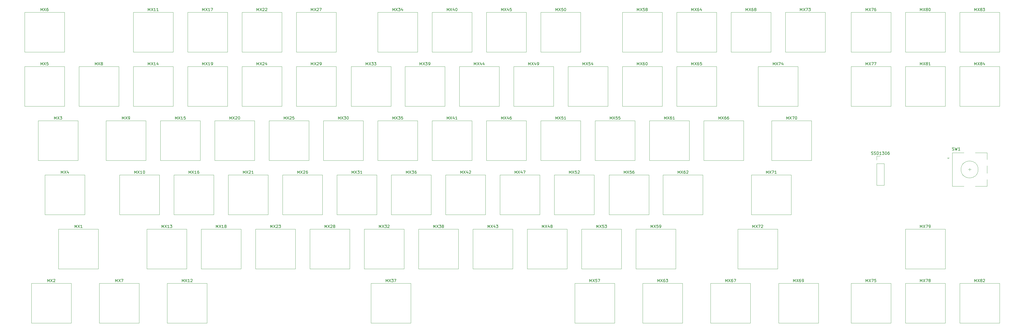
<source format=gbr>
%TF.GenerationSoftware,KiCad,Pcbnew,(6.0.7)*%
%TF.CreationDate,2022-09-01T16:07:51+12:00*%
%TF.ProjectId,custom_keyboard,63757374-6f6d-45f6-9b65-79626f617264,rev?*%
%TF.SameCoordinates,Original*%
%TF.FileFunction,Legend,Top*%
%TF.FilePolarity,Positive*%
%FSLAX46Y46*%
G04 Gerber Fmt 4.6, Leading zero omitted, Abs format (unit mm)*
G04 Created by KiCad (PCBNEW (6.0.7)) date 2022-09-01 16:07:51*
%MOMM*%
%LPD*%
G01*
G04 APERTURE LIST*
%ADD10C,0.150000*%
%ADD11C,0.120000*%
G04 APERTURE END LIST*
D10*
%TO.C,MX37*%
X167941845Y-175458380D02*
X167941845Y-174458380D01*
X168275178Y-175172666D01*
X168608511Y-174458380D01*
X168608511Y-175458380D01*
X168989464Y-174458380D02*
X169656130Y-175458380D01*
X169656130Y-174458380D02*
X168989464Y-175458380D01*
X169941845Y-174458380D02*
X170560892Y-174458380D01*
X170227559Y-174839333D01*
X170370416Y-174839333D01*
X170465654Y-174886952D01*
X170513273Y-174934571D01*
X170560892Y-175029809D01*
X170560892Y-175267904D01*
X170513273Y-175363142D01*
X170465654Y-175410761D01*
X170370416Y-175458380D01*
X170084702Y-175458380D01*
X169989464Y-175410761D01*
X169941845Y-175363142D01*
X170894226Y-174458380D02*
X171560892Y-174458380D01*
X171132321Y-175458380D01*
%TO.C,MX1*%
X58880535Y-156408380D02*
X58880535Y-155408380D01*
X59213869Y-156122666D01*
X59547202Y-155408380D01*
X59547202Y-156408380D01*
X59928154Y-155408380D02*
X60594821Y-156408380D01*
X60594821Y-155408380D02*
X59928154Y-156408380D01*
X61499583Y-156408380D02*
X60928154Y-156408380D01*
X61213869Y-156408380D02*
X61213869Y-155408380D01*
X61118630Y-155551238D01*
X61023392Y-155646476D01*
X60928154Y-155694095D01*
%TO.C,MX2*%
X49355535Y-175458380D02*
X49355535Y-174458380D01*
X49688869Y-175172666D01*
X50022202Y-174458380D01*
X50022202Y-175458380D01*
X50403154Y-174458380D02*
X51069821Y-175458380D01*
X51069821Y-174458380D02*
X50403154Y-175458380D01*
X51403154Y-174553619D02*
X51450773Y-174506000D01*
X51546011Y-174458380D01*
X51784107Y-174458380D01*
X51879345Y-174506000D01*
X51926964Y-174553619D01*
X51974583Y-174648857D01*
X51974583Y-174744095D01*
X51926964Y-174886952D01*
X51355535Y-175458380D01*
X51974583Y-175458380D01*
%TO.C,MX3*%
X51736785Y-118308380D02*
X51736785Y-117308380D01*
X52070119Y-118022666D01*
X52403452Y-117308380D01*
X52403452Y-118308380D01*
X52784404Y-117308380D02*
X53451071Y-118308380D01*
X53451071Y-117308380D02*
X52784404Y-118308380D01*
X53736785Y-117308380D02*
X54355833Y-117308380D01*
X54022500Y-117689333D01*
X54165357Y-117689333D01*
X54260595Y-117736952D01*
X54308214Y-117784571D01*
X54355833Y-117879809D01*
X54355833Y-118117904D01*
X54308214Y-118213142D01*
X54260595Y-118260761D01*
X54165357Y-118308380D01*
X53879642Y-118308380D01*
X53784404Y-118260761D01*
X53736785Y-118213142D01*
%TO.C,MX4*%
X54118035Y-137358380D02*
X54118035Y-136358380D01*
X54451369Y-137072666D01*
X54784702Y-136358380D01*
X54784702Y-137358380D01*
X55165654Y-136358380D02*
X55832321Y-137358380D01*
X55832321Y-136358380D02*
X55165654Y-137358380D01*
X56641845Y-136691714D02*
X56641845Y-137358380D01*
X56403750Y-136310761D02*
X56165654Y-137025047D01*
X56784702Y-137025047D01*
%TO.C,MX5*%
X46974285Y-99258380D02*
X46974285Y-98258380D01*
X47307619Y-98972666D01*
X47640952Y-98258380D01*
X47640952Y-99258380D01*
X48021904Y-98258380D02*
X48688571Y-99258380D01*
X48688571Y-98258380D02*
X48021904Y-99258380D01*
X49545714Y-98258380D02*
X49069523Y-98258380D01*
X49021904Y-98734571D01*
X49069523Y-98686952D01*
X49164761Y-98639333D01*
X49402857Y-98639333D01*
X49498095Y-98686952D01*
X49545714Y-98734571D01*
X49593333Y-98829809D01*
X49593333Y-99067904D01*
X49545714Y-99163142D01*
X49498095Y-99210761D01*
X49402857Y-99258380D01*
X49164761Y-99258380D01*
X49069523Y-99210761D01*
X49021904Y-99163142D01*
%TO.C,MX6*%
X46974285Y-80208380D02*
X46974285Y-79208380D01*
X47307619Y-79922666D01*
X47640952Y-79208380D01*
X47640952Y-80208380D01*
X48021904Y-79208380D02*
X48688571Y-80208380D01*
X48688571Y-79208380D02*
X48021904Y-80208380D01*
X49498095Y-79208380D02*
X49307619Y-79208380D01*
X49212380Y-79256000D01*
X49164761Y-79303619D01*
X49069523Y-79446476D01*
X49021904Y-79636952D01*
X49021904Y-80017904D01*
X49069523Y-80113142D01*
X49117142Y-80160761D01*
X49212380Y-80208380D01*
X49402857Y-80208380D01*
X49498095Y-80160761D01*
X49545714Y-80113142D01*
X49593333Y-80017904D01*
X49593333Y-79779809D01*
X49545714Y-79684571D01*
X49498095Y-79636952D01*
X49402857Y-79589333D01*
X49212380Y-79589333D01*
X49117142Y-79636952D01*
X49069523Y-79684571D01*
X49021904Y-79779809D01*
%TO.C,MX7*%
X73168035Y-175458380D02*
X73168035Y-174458380D01*
X73501369Y-175172666D01*
X73834702Y-174458380D01*
X73834702Y-175458380D01*
X74215654Y-174458380D02*
X74882321Y-175458380D01*
X74882321Y-174458380D02*
X74215654Y-175458380D01*
X75168035Y-174458380D02*
X75834702Y-174458380D01*
X75406130Y-175458380D01*
%TO.C,MX8*%
X66024285Y-99258380D02*
X66024285Y-98258380D01*
X66357619Y-98972666D01*
X66690952Y-98258380D01*
X66690952Y-99258380D01*
X67071904Y-98258380D02*
X67738571Y-99258380D01*
X67738571Y-98258380D02*
X67071904Y-99258380D01*
X68262380Y-98686952D02*
X68167142Y-98639333D01*
X68119523Y-98591714D01*
X68071904Y-98496476D01*
X68071904Y-98448857D01*
X68119523Y-98353619D01*
X68167142Y-98306000D01*
X68262380Y-98258380D01*
X68452857Y-98258380D01*
X68548095Y-98306000D01*
X68595714Y-98353619D01*
X68643333Y-98448857D01*
X68643333Y-98496476D01*
X68595714Y-98591714D01*
X68548095Y-98639333D01*
X68452857Y-98686952D01*
X68262380Y-98686952D01*
X68167142Y-98734571D01*
X68119523Y-98782190D01*
X68071904Y-98877428D01*
X68071904Y-99067904D01*
X68119523Y-99163142D01*
X68167142Y-99210761D01*
X68262380Y-99258380D01*
X68452857Y-99258380D01*
X68548095Y-99210761D01*
X68595714Y-99163142D01*
X68643333Y-99067904D01*
X68643333Y-98877428D01*
X68595714Y-98782190D01*
X68548095Y-98734571D01*
X68452857Y-98686952D01*
%TO.C,MX9*%
X75549285Y-118308380D02*
X75549285Y-117308380D01*
X75882619Y-118022666D01*
X76215952Y-117308380D01*
X76215952Y-118308380D01*
X76596904Y-117308380D02*
X77263571Y-118308380D01*
X77263571Y-117308380D02*
X76596904Y-118308380D01*
X77692142Y-118308380D02*
X77882619Y-118308380D01*
X77977857Y-118260761D01*
X78025476Y-118213142D01*
X78120714Y-118070285D01*
X78168333Y-117879809D01*
X78168333Y-117498857D01*
X78120714Y-117403619D01*
X78073095Y-117356000D01*
X77977857Y-117308380D01*
X77787380Y-117308380D01*
X77692142Y-117356000D01*
X77644523Y-117403619D01*
X77596904Y-117498857D01*
X77596904Y-117736952D01*
X77644523Y-117832190D01*
X77692142Y-117879809D01*
X77787380Y-117927428D01*
X77977857Y-117927428D01*
X78073095Y-117879809D01*
X78120714Y-117832190D01*
X78168333Y-117736952D01*
%TO.C,MX10*%
X79835595Y-137358380D02*
X79835595Y-136358380D01*
X80168928Y-137072666D01*
X80502261Y-136358380D01*
X80502261Y-137358380D01*
X80883214Y-136358380D02*
X81549880Y-137358380D01*
X81549880Y-136358380D02*
X80883214Y-137358380D01*
X82454642Y-137358380D02*
X81883214Y-137358380D01*
X82168928Y-137358380D02*
X82168928Y-136358380D01*
X82073690Y-136501238D01*
X81978452Y-136596476D01*
X81883214Y-136644095D01*
X83073690Y-136358380D02*
X83168928Y-136358380D01*
X83264166Y-136406000D01*
X83311785Y-136453619D01*
X83359404Y-136548857D01*
X83407023Y-136739333D01*
X83407023Y-136977428D01*
X83359404Y-137167904D01*
X83311785Y-137263142D01*
X83264166Y-137310761D01*
X83168928Y-137358380D01*
X83073690Y-137358380D01*
X82978452Y-137310761D01*
X82930833Y-137263142D01*
X82883214Y-137167904D01*
X82835595Y-136977428D01*
X82835595Y-136739333D01*
X82883214Y-136548857D01*
X82930833Y-136453619D01*
X82978452Y-136406000D01*
X83073690Y-136358380D01*
%TO.C,MX11*%
X84598095Y-80208380D02*
X84598095Y-79208380D01*
X84931428Y-79922666D01*
X85264761Y-79208380D01*
X85264761Y-80208380D01*
X85645714Y-79208380D02*
X86312380Y-80208380D01*
X86312380Y-79208380D02*
X85645714Y-80208380D01*
X87217142Y-80208380D02*
X86645714Y-80208380D01*
X86931428Y-80208380D02*
X86931428Y-79208380D01*
X86836190Y-79351238D01*
X86740952Y-79446476D01*
X86645714Y-79494095D01*
X88169523Y-80208380D02*
X87598095Y-80208380D01*
X87883809Y-80208380D02*
X87883809Y-79208380D01*
X87788571Y-79351238D01*
X87693333Y-79446476D01*
X87598095Y-79494095D01*
%TO.C,MX12*%
X96504345Y-175458380D02*
X96504345Y-174458380D01*
X96837678Y-175172666D01*
X97171011Y-174458380D01*
X97171011Y-175458380D01*
X97551964Y-174458380D02*
X98218630Y-175458380D01*
X98218630Y-174458380D02*
X97551964Y-175458380D01*
X99123392Y-175458380D02*
X98551964Y-175458380D01*
X98837678Y-175458380D02*
X98837678Y-174458380D01*
X98742440Y-174601238D01*
X98647202Y-174696476D01*
X98551964Y-174744095D01*
X99504345Y-174553619D02*
X99551964Y-174506000D01*
X99647202Y-174458380D01*
X99885297Y-174458380D01*
X99980535Y-174506000D01*
X100028154Y-174553619D01*
X100075773Y-174648857D01*
X100075773Y-174744095D01*
X100028154Y-174886952D01*
X99456726Y-175458380D01*
X100075773Y-175458380D01*
%TO.C,MX13*%
X89360595Y-156408380D02*
X89360595Y-155408380D01*
X89693928Y-156122666D01*
X90027261Y-155408380D01*
X90027261Y-156408380D01*
X90408214Y-155408380D02*
X91074880Y-156408380D01*
X91074880Y-155408380D02*
X90408214Y-156408380D01*
X91979642Y-156408380D02*
X91408214Y-156408380D01*
X91693928Y-156408380D02*
X91693928Y-155408380D01*
X91598690Y-155551238D01*
X91503452Y-155646476D01*
X91408214Y-155694095D01*
X92312976Y-155408380D02*
X92932023Y-155408380D01*
X92598690Y-155789333D01*
X92741547Y-155789333D01*
X92836785Y-155836952D01*
X92884404Y-155884571D01*
X92932023Y-155979809D01*
X92932023Y-156217904D01*
X92884404Y-156313142D01*
X92836785Y-156360761D01*
X92741547Y-156408380D01*
X92455833Y-156408380D01*
X92360595Y-156360761D01*
X92312976Y-156313142D01*
%TO.C,MX14*%
X84598095Y-99258380D02*
X84598095Y-98258380D01*
X84931428Y-98972666D01*
X85264761Y-98258380D01*
X85264761Y-99258380D01*
X85645714Y-98258380D02*
X86312380Y-99258380D01*
X86312380Y-98258380D02*
X85645714Y-99258380D01*
X87217142Y-99258380D02*
X86645714Y-99258380D01*
X86931428Y-99258380D02*
X86931428Y-98258380D01*
X86836190Y-98401238D01*
X86740952Y-98496476D01*
X86645714Y-98544095D01*
X88074285Y-98591714D02*
X88074285Y-99258380D01*
X87836190Y-98210761D02*
X87598095Y-98925047D01*
X88217142Y-98925047D01*
%TO.C,MX15*%
X94123095Y-118308380D02*
X94123095Y-117308380D01*
X94456428Y-118022666D01*
X94789761Y-117308380D01*
X94789761Y-118308380D01*
X95170714Y-117308380D02*
X95837380Y-118308380D01*
X95837380Y-117308380D02*
X95170714Y-118308380D01*
X96742142Y-118308380D02*
X96170714Y-118308380D01*
X96456428Y-118308380D02*
X96456428Y-117308380D01*
X96361190Y-117451238D01*
X96265952Y-117546476D01*
X96170714Y-117594095D01*
X97646904Y-117308380D02*
X97170714Y-117308380D01*
X97123095Y-117784571D01*
X97170714Y-117736952D01*
X97265952Y-117689333D01*
X97504047Y-117689333D01*
X97599285Y-117736952D01*
X97646904Y-117784571D01*
X97694523Y-117879809D01*
X97694523Y-118117904D01*
X97646904Y-118213142D01*
X97599285Y-118260761D01*
X97504047Y-118308380D01*
X97265952Y-118308380D01*
X97170714Y-118260761D01*
X97123095Y-118213142D01*
%TO.C,MX16*%
X98885595Y-137358380D02*
X98885595Y-136358380D01*
X99218928Y-137072666D01*
X99552261Y-136358380D01*
X99552261Y-137358380D01*
X99933214Y-136358380D02*
X100599880Y-137358380D01*
X100599880Y-136358380D02*
X99933214Y-137358380D01*
X101504642Y-137358380D02*
X100933214Y-137358380D01*
X101218928Y-137358380D02*
X101218928Y-136358380D01*
X101123690Y-136501238D01*
X101028452Y-136596476D01*
X100933214Y-136644095D01*
X102361785Y-136358380D02*
X102171309Y-136358380D01*
X102076071Y-136406000D01*
X102028452Y-136453619D01*
X101933214Y-136596476D01*
X101885595Y-136786952D01*
X101885595Y-137167904D01*
X101933214Y-137263142D01*
X101980833Y-137310761D01*
X102076071Y-137358380D01*
X102266547Y-137358380D01*
X102361785Y-137310761D01*
X102409404Y-137263142D01*
X102457023Y-137167904D01*
X102457023Y-136929809D01*
X102409404Y-136834571D01*
X102361785Y-136786952D01*
X102266547Y-136739333D01*
X102076071Y-136739333D01*
X101980833Y-136786952D01*
X101933214Y-136834571D01*
X101885595Y-136929809D01*
%TO.C,MX17*%
X103648095Y-80208380D02*
X103648095Y-79208380D01*
X103981428Y-79922666D01*
X104314761Y-79208380D01*
X104314761Y-80208380D01*
X104695714Y-79208380D02*
X105362380Y-80208380D01*
X105362380Y-79208380D02*
X104695714Y-80208380D01*
X106267142Y-80208380D02*
X105695714Y-80208380D01*
X105981428Y-80208380D02*
X105981428Y-79208380D01*
X105886190Y-79351238D01*
X105790952Y-79446476D01*
X105695714Y-79494095D01*
X106600476Y-79208380D02*
X107267142Y-79208380D01*
X106838571Y-80208380D01*
%TO.C,MX18*%
X108410595Y-156408380D02*
X108410595Y-155408380D01*
X108743928Y-156122666D01*
X109077261Y-155408380D01*
X109077261Y-156408380D01*
X109458214Y-155408380D02*
X110124880Y-156408380D01*
X110124880Y-155408380D02*
X109458214Y-156408380D01*
X111029642Y-156408380D02*
X110458214Y-156408380D01*
X110743928Y-156408380D02*
X110743928Y-155408380D01*
X110648690Y-155551238D01*
X110553452Y-155646476D01*
X110458214Y-155694095D01*
X111601071Y-155836952D02*
X111505833Y-155789333D01*
X111458214Y-155741714D01*
X111410595Y-155646476D01*
X111410595Y-155598857D01*
X111458214Y-155503619D01*
X111505833Y-155456000D01*
X111601071Y-155408380D01*
X111791547Y-155408380D01*
X111886785Y-155456000D01*
X111934404Y-155503619D01*
X111982023Y-155598857D01*
X111982023Y-155646476D01*
X111934404Y-155741714D01*
X111886785Y-155789333D01*
X111791547Y-155836952D01*
X111601071Y-155836952D01*
X111505833Y-155884571D01*
X111458214Y-155932190D01*
X111410595Y-156027428D01*
X111410595Y-156217904D01*
X111458214Y-156313142D01*
X111505833Y-156360761D01*
X111601071Y-156408380D01*
X111791547Y-156408380D01*
X111886785Y-156360761D01*
X111934404Y-156313142D01*
X111982023Y-156217904D01*
X111982023Y-156027428D01*
X111934404Y-155932190D01*
X111886785Y-155884571D01*
X111791547Y-155836952D01*
%TO.C,MX19*%
X103648095Y-99258380D02*
X103648095Y-98258380D01*
X103981428Y-98972666D01*
X104314761Y-98258380D01*
X104314761Y-99258380D01*
X104695714Y-98258380D02*
X105362380Y-99258380D01*
X105362380Y-98258380D02*
X104695714Y-99258380D01*
X106267142Y-99258380D02*
X105695714Y-99258380D01*
X105981428Y-99258380D02*
X105981428Y-98258380D01*
X105886190Y-98401238D01*
X105790952Y-98496476D01*
X105695714Y-98544095D01*
X106743333Y-99258380D02*
X106933809Y-99258380D01*
X107029047Y-99210761D01*
X107076666Y-99163142D01*
X107171904Y-99020285D01*
X107219523Y-98829809D01*
X107219523Y-98448857D01*
X107171904Y-98353619D01*
X107124285Y-98306000D01*
X107029047Y-98258380D01*
X106838571Y-98258380D01*
X106743333Y-98306000D01*
X106695714Y-98353619D01*
X106648095Y-98448857D01*
X106648095Y-98686952D01*
X106695714Y-98782190D01*
X106743333Y-98829809D01*
X106838571Y-98877428D01*
X107029047Y-98877428D01*
X107124285Y-98829809D01*
X107171904Y-98782190D01*
X107219523Y-98686952D01*
%TO.C,MX20*%
X113173095Y-118308380D02*
X113173095Y-117308380D01*
X113506428Y-118022666D01*
X113839761Y-117308380D01*
X113839761Y-118308380D01*
X114220714Y-117308380D02*
X114887380Y-118308380D01*
X114887380Y-117308380D02*
X114220714Y-118308380D01*
X115220714Y-117403619D02*
X115268333Y-117356000D01*
X115363571Y-117308380D01*
X115601666Y-117308380D01*
X115696904Y-117356000D01*
X115744523Y-117403619D01*
X115792142Y-117498857D01*
X115792142Y-117594095D01*
X115744523Y-117736952D01*
X115173095Y-118308380D01*
X115792142Y-118308380D01*
X116411190Y-117308380D02*
X116506428Y-117308380D01*
X116601666Y-117356000D01*
X116649285Y-117403619D01*
X116696904Y-117498857D01*
X116744523Y-117689333D01*
X116744523Y-117927428D01*
X116696904Y-118117904D01*
X116649285Y-118213142D01*
X116601666Y-118260761D01*
X116506428Y-118308380D01*
X116411190Y-118308380D01*
X116315952Y-118260761D01*
X116268333Y-118213142D01*
X116220714Y-118117904D01*
X116173095Y-117927428D01*
X116173095Y-117689333D01*
X116220714Y-117498857D01*
X116268333Y-117403619D01*
X116315952Y-117356000D01*
X116411190Y-117308380D01*
%TO.C,MX21*%
X117935595Y-137358380D02*
X117935595Y-136358380D01*
X118268928Y-137072666D01*
X118602261Y-136358380D01*
X118602261Y-137358380D01*
X118983214Y-136358380D02*
X119649880Y-137358380D01*
X119649880Y-136358380D02*
X118983214Y-137358380D01*
X119983214Y-136453619D02*
X120030833Y-136406000D01*
X120126071Y-136358380D01*
X120364166Y-136358380D01*
X120459404Y-136406000D01*
X120507023Y-136453619D01*
X120554642Y-136548857D01*
X120554642Y-136644095D01*
X120507023Y-136786952D01*
X119935595Y-137358380D01*
X120554642Y-137358380D01*
X121507023Y-137358380D02*
X120935595Y-137358380D01*
X121221309Y-137358380D02*
X121221309Y-136358380D01*
X121126071Y-136501238D01*
X121030833Y-136596476D01*
X120935595Y-136644095D01*
%TO.C,MX22*%
X122698095Y-80208380D02*
X122698095Y-79208380D01*
X123031428Y-79922666D01*
X123364761Y-79208380D01*
X123364761Y-80208380D01*
X123745714Y-79208380D02*
X124412380Y-80208380D01*
X124412380Y-79208380D02*
X123745714Y-80208380D01*
X124745714Y-79303619D02*
X124793333Y-79256000D01*
X124888571Y-79208380D01*
X125126666Y-79208380D01*
X125221904Y-79256000D01*
X125269523Y-79303619D01*
X125317142Y-79398857D01*
X125317142Y-79494095D01*
X125269523Y-79636952D01*
X124698095Y-80208380D01*
X125317142Y-80208380D01*
X125698095Y-79303619D02*
X125745714Y-79256000D01*
X125840952Y-79208380D01*
X126079047Y-79208380D01*
X126174285Y-79256000D01*
X126221904Y-79303619D01*
X126269523Y-79398857D01*
X126269523Y-79494095D01*
X126221904Y-79636952D01*
X125650476Y-80208380D01*
X126269523Y-80208380D01*
%TO.C,MX23*%
X127460595Y-156408380D02*
X127460595Y-155408380D01*
X127793928Y-156122666D01*
X128127261Y-155408380D01*
X128127261Y-156408380D01*
X128508214Y-155408380D02*
X129174880Y-156408380D01*
X129174880Y-155408380D02*
X128508214Y-156408380D01*
X129508214Y-155503619D02*
X129555833Y-155456000D01*
X129651071Y-155408380D01*
X129889166Y-155408380D01*
X129984404Y-155456000D01*
X130032023Y-155503619D01*
X130079642Y-155598857D01*
X130079642Y-155694095D01*
X130032023Y-155836952D01*
X129460595Y-156408380D01*
X130079642Y-156408380D01*
X130412976Y-155408380D02*
X131032023Y-155408380D01*
X130698690Y-155789333D01*
X130841547Y-155789333D01*
X130936785Y-155836952D01*
X130984404Y-155884571D01*
X131032023Y-155979809D01*
X131032023Y-156217904D01*
X130984404Y-156313142D01*
X130936785Y-156360761D01*
X130841547Y-156408380D01*
X130555833Y-156408380D01*
X130460595Y-156360761D01*
X130412976Y-156313142D01*
%TO.C,MX24*%
X122698095Y-99258380D02*
X122698095Y-98258380D01*
X123031428Y-98972666D01*
X123364761Y-98258380D01*
X123364761Y-99258380D01*
X123745714Y-98258380D02*
X124412380Y-99258380D01*
X124412380Y-98258380D02*
X123745714Y-99258380D01*
X124745714Y-98353619D02*
X124793333Y-98306000D01*
X124888571Y-98258380D01*
X125126666Y-98258380D01*
X125221904Y-98306000D01*
X125269523Y-98353619D01*
X125317142Y-98448857D01*
X125317142Y-98544095D01*
X125269523Y-98686952D01*
X124698095Y-99258380D01*
X125317142Y-99258380D01*
X126174285Y-98591714D02*
X126174285Y-99258380D01*
X125936190Y-98210761D02*
X125698095Y-98925047D01*
X126317142Y-98925047D01*
%TO.C,MX25*%
X132223095Y-118308380D02*
X132223095Y-117308380D01*
X132556428Y-118022666D01*
X132889761Y-117308380D01*
X132889761Y-118308380D01*
X133270714Y-117308380D02*
X133937380Y-118308380D01*
X133937380Y-117308380D02*
X133270714Y-118308380D01*
X134270714Y-117403619D02*
X134318333Y-117356000D01*
X134413571Y-117308380D01*
X134651666Y-117308380D01*
X134746904Y-117356000D01*
X134794523Y-117403619D01*
X134842142Y-117498857D01*
X134842142Y-117594095D01*
X134794523Y-117736952D01*
X134223095Y-118308380D01*
X134842142Y-118308380D01*
X135746904Y-117308380D02*
X135270714Y-117308380D01*
X135223095Y-117784571D01*
X135270714Y-117736952D01*
X135365952Y-117689333D01*
X135604047Y-117689333D01*
X135699285Y-117736952D01*
X135746904Y-117784571D01*
X135794523Y-117879809D01*
X135794523Y-118117904D01*
X135746904Y-118213142D01*
X135699285Y-118260761D01*
X135604047Y-118308380D01*
X135365952Y-118308380D01*
X135270714Y-118260761D01*
X135223095Y-118213142D01*
%TO.C,MX26*%
X136985595Y-137358380D02*
X136985595Y-136358380D01*
X137318928Y-137072666D01*
X137652261Y-136358380D01*
X137652261Y-137358380D01*
X138033214Y-136358380D02*
X138699880Y-137358380D01*
X138699880Y-136358380D02*
X138033214Y-137358380D01*
X139033214Y-136453619D02*
X139080833Y-136406000D01*
X139176071Y-136358380D01*
X139414166Y-136358380D01*
X139509404Y-136406000D01*
X139557023Y-136453619D01*
X139604642Y-136548857D01*
X139604642Y-136644095D01*
X139557023Y-136786952D01*
X138985595Y-137358380D01*
X139604642Y-137358380D01*
X140461785Y-136358380D02*
X140271309Y-136358380D01*
X140176071Y-136406000D01*
X140128452Y-136453619D01*
X140033214Y-136596476D01*
X139985595Y-136786952D01*
X139985595Y-137167904D01*
X140033214Y-137263142D01*
X140080833Y-137310761D01*
X140176071Y-137358380D01*
X140366547Y-137358380D01*
X140461785Y-137310761D01*
X140509404Y-137263142D01*
X140557023Y-137167904D01*
X140557023Y-136929809D01*
X140509404Y-136834571D01*
X140461785Y-136786952D01*
X140366547Y-136739333D01*
X140176071Y-136739333D01*
X140080833Y-136786952D01*
X140033214Y-136834571D01*
X139985595Y-136929809D01*
%TO.C,MX27*%
X141748095Y-80208380D02*
X141748095Y-79208380D01*
X142081428Y-79922666D01*
X142414761Y-79208380D01*
X142414761Y-80208380D01*
X142795714Y-79208380D02*
X143462380Y-80208380D01*
X143462380Y-79208380D02*
X142795714Y-80208380D01*
X143795714Y-79303619D02*
X143843333Y-79256000D01*
X143938571Y-79208380D01*
X144176666Y-79208380D01*
X144271904Y-79256000D01*
X144319523Y-79303619D01*
X144367142Y-79398857D01*
X144367142Y-79494095D01*
X144319523Y-79636952D01*
X143748095Y-80208380D01*
X144367142Y-80208380D01*
X144700476Y-79208380D02*
X145367142Y-79208380D01*
X144938571Y-80208380D01*
%TO.C,MX28*%
X146510595Y-156408380D02*
X146510595Y-155408380D01*
X146843928Y-156122666D01*
X147177261Y-155408380D01*
X147177261Y-156408380D01*
X147558214Y-155408380D02*
X148224880Y-156408380D01*
X148224880Y-155408380D02*
X147558214Y-156408380D01*
X148558214Y-155503619D02*
X148605833Y-155456000D01*
X148701071Y-155408380D01*
X148939166Y-155408380D01*
X149034404Y-155456000D01*
X149082023Y-155503619D01*
X149129642Y-155598857D01*
X149129642Y-155694095D01*
X149082023Y-155836952D01*
X148510595Y-156408380D01*
X149129642Y-156408380D01*
X149701071Y-155836952D02*
X149605833Y-155789333D01*
X149558214Y-155741714D01*
X149510595Y-155646476D01*
X149510595Y-155598857D01*
X149558214Y-155503619D01*
X149605833Y-155456000D01*
X149701071Y-155408380D01*
X149891547Y-155408380D01*
X149986785Y-155456000D01*
X150034404Y-155503619D01*
X150082023Y-155598857D01*
X150082023Y-155646476D01*
X150034404Y-155741714D01*
X149986785Y-155789333D01*
X149891547Y-155836952D01*
X149701071Y-155836952D01*
X149605833Y-155884571D01*
X149558214Y-155932190D01*
X149510595Y-156027428D01*
X149510595Y-156217904D01*
X149558214Y-156313142D01*
X149605833Y-156360761D01*
X149701071Y-156408380D01*
X149891547Y-156408380D01*
X149986785Y-156360761D01*
X150034404Y-156313142D01*
X150082023Y-156217904D01*
X150082023Y-156027428D01*
X150034404Y-155932190D01*
X149986785Y-155884571D01*
X149891547Y-155836952D01*
%TO.C,MX29*%
X141748095Y-99258380D02*
X141748095Y-98258380D01*
X142081428Y-98972666D01*
X142414761Y-98258380D01*
X142414761Y-99258380D01*
X142795714Y-98258380D02*
X143462380Y-99258380D01*
X143462380Y-98258380D02*
X142795714Y-99258380D01*
X143795714Y-98353619D02*
X143843333Y-98306000D01*
X143938571Y-98258380D01*
X144176666Y-98258380D01*
X144271904Y-98306000D01*
X144319523Y-98353619D01*
X144367142Y-98448857D01*
X144367142Y-98544095D01*
X144319523Y-98686952D01*
X143748095Y-99258380D01*
X144367142Y-99258380D01*
X144843333Y-99258380D02*
X145033809Y-99258380D01*
X145129047Y-99210761D01*
X145176666Y-99163142D01*
X145271904Y-99020285D01*
X145319523Y-98829809D01*
X145319523Y-98448857D01*
X145271904Y-98353619D01*
X145224285Y-98306000D01*
X145129047Y-98258380D01*
X144938571Y-98258380D01*
X144843333Y-98306000D01*
X144795714Y-98353619D01*
X144748095Y-98448857D01*
X144748095Y-98686952D01*
X144795714Y-98782190D01*
X144843333Y-98829809D01*
X144938571Y-98877428D01*
X145129047Y-98877428D01*
X145224285Y-98829809D01*
X145271904Y-98782190D01*
X145319523Y-98686952D01*
%TO.C,MX30*%
X151273095Y-118308380D02*
X151273095Y-117308380D01*
X151606428Y-118022666D01*
X151939761Y-117308380D01*
X151939761Y-118308380D01*
X152320714Y-117308380D02*
X152987380Y-118308380D01*
X152987380Y-117308380D02*
X152320714Y-118308380D01*
X153273095Y-117308380D02*
X153892142Y-117308380D01*
X153558809Y-117689333D01*
X153701666Y-117689333D01*
X153796904Y-117736952D01*
X153844523Y-117784571D01*
X153892142Y-117879809D01*
X153892142Y-118117904D01*
X153844523Y-118213142D01*
X153796904Y-118260761D01*
X153701666Y-118308380D01*
X153415952Y-118308380D01*
X153320714Y-118260761D01*
X153273095Y-118213142D01*
X154511190Y-117308380D02*
X154606428Y-117308380D01*
X154701666Y-117356000D01*
X154749285Y-117403619D01*
X154796904Y-117498857D01*
X154844523Y-117689333D01*
X154844523Y-117927428D01*
X154796904Y-118117904D01*
X154749285Y-118213142D01*
X154701666Y-118260761D01*
X154606428Y-118308380D01*
X154511190Y-118308380D01*
X154415952Y-118260761D01*
X154368333Y-118213142D01*
X154320714Y-118117904D01*
X154273095Y-117927428D01*
X154273095Y-117689333D01*
X154320714Y-117498857D01*
X154368333Y-117403619D01*
X154415952Y-117356000D01*
X154511190Y-117308380D01*
%TO.C,MX31*%
X156035595Y-137358380D02*
X156035595Y-136358380D01*
X156368928Y-137072666D01*
X156702261Y-136358380D01*
X156702261Y-137358380D01*
X157083214Y-136358380D02*
X157749880Y-137358380D01*
X157749880Y-136358380D02*
X157083214Y-137358380D01*
X158035595Y-136358380D02*
X158654642Y-136358380D01*
X158321309Y-136739333D01*
X158464166Y-136739333D01*
X158559404Y-136786952D01*
X158607023Y-136834571D01*
X158654642Y-136929809D01*
X158654642Y-137167904D01*
X158607023Y-137263142D01*
X158559404Y-137310761D01*
X158464166Y-137358380D01*
X158178452Y-137358380D01*
X158083214Y-137310761D01*
X158035595Y-137263142D01*
X159607023Y-137358380D02*
X159035595Y-137358380D01*
X159321309Y-137358380D02*
X159321309Y-136358380D01*
X159226071Y-136501238D01*
X159130833Y-136596476D01*
X159035595Y-136644095D01*
%TO.C,MX32*%
X165560595Y-156408380D02*
X165560595Y-155408380D01*
X165893928Y-156122666D01*
X166227261Y-155408380D01*
X166227261Y-156408380D01*
X166608214Y-155408380D02*
X167274880Y-156408380D01*
X167274880Y-155408380D02*
X166608214Y-156408380D01*
X167560595Y-155408380D02*
X168179642Y-155408380D01*
X167846309Y-155789333D01*
X167989166Y-155789333D01*
X168084404Y-155836952D01*
X168132023Y-155884571D01*
X168179642Y-155979809D01*
X168179642Y-156217904D01*
X168132023Y-156313142D01*
X168084404Y-156360761D01*
X167989166Y-156408380D01*
X167703452Y-156408380D01*
X167608214Y-156360761D01*
X167560595Y-156313142D01*
X168560595Y-155503619D02*
X168608214Y-155456000D01*
X168703452Y-155408380D01*
X168941547Y-155408380D01*
X169036785Y-155456000D01*
X169084404Y-155503619D01*
X169132023Y-155598857D01*
X169132023Y-155694095D01*
X169084404Y-155836952D01*
X168512976Y-156408380D01*
X169132023Y-156408380D01*
%TO.C,MX33*%
X160956845Y-99258380D02*
X160956845Y-98258380D01*
X161290178Y-98972666D01*
X161623511Y-98258380D01*
X161623511Y-99258380D01*
X162004464Y-98258380D02*
X162671130Y-99258380D01*
X162671130Y-98258380D02*
X162004464Y-99258380D01*
X162956845Y-98258380D02*
X163575892Y-98258380D01*
X163242559Y-98639333D01*
X163385416Y-98639333D01*
X163480654Y-98686952D01*
X163528273Y-98734571D01*
X163575892Y-98829809D01*
X163575892Y-99067904D01*
X163528273Y-99163142D01*
X163480654Y-99210761D01*
X163385416Y-99258380D01*
X163099702Y-99258380D01*
X163004464Y-99210761D01*
X162956845Y-99163142D01*
X163909226Y-98258380D02*
X164528273Y-98258380D01*
X164194940Y-98639333D01*
X164337797Y-98639333D01*
X164433035Y-98686952D01*
X164480654Y-98734571D01*
X164528273Y-98829809D01*
X164528273Y-99067904D01*
X164480654Y-99163142D01*
X164433035Y-99210761D01*
X164337797Y-99258380D01*
X164052083Y-99258380D01*
X163956845Y-99210761D01*
X163909226Y-99163142D01*
%TO.C,MX34*%
X170323095Y-80208380D02*
X170323095Y-79208380D01*
X170656428Y-79922666D01*
X170989761Y-79208380D01*
X170989761Y-80208380D01*
X171370714Y-79208380D02*
X172037380Y-80208380D01*
X172037380Y-79208380D02*
X171370714Y-80208380D01*
X172323095Y-79208380D02*
X172942142Y-79208380D01*
X172608809Y-79589333D01*
X172751666Y-79589333D01*
X172846904Y-79636952D01*
X172894523Y-79684571D01*
X172942142Y-79779809D01*
X172942142Y-80017904D01*
X172894523Y-80113142D01*
X172846904Y-80160761D01*
X172751666Y-80208380D01*
X172465952Y-80208380D01*
X172370714Y-80160761D01*
X172323095Y-80113142D01*
X173799285Y-79541714D02*
X173799285Y-80208380D01*
X173561190Y-79160761D02*
X173323095Y-79875047D01*
X173942142Y-79875047D01*
%TO.C,MX35*%
X170323095Y-118308380D02*
X170323095Y-117308380D01*
X170656428Y-118022666D01*
X170989761Y-117308380D01*
X170989761Y-118308380D01*
X171370714Y-117308380D02*
X172037380Y-118308380D01*
X172037380Y-117308380D02*
X171370714Y-118308380D01*
X172323095Y-117308380D02*
X172942142Y-117308380D01*
X172608809Y-117689333D01*
X172751666Y-117689333D01*
X172846904Y-117736952D01*
X172894523Y-117784571D01*
X172942142Y-117879809D01*
X172942142Y-118117904D01*
X172894523Y-118213142D01*
X172846904Y-118260761D01*
X172751666Y-118308380D01*
X172465952Y-118308380D01*
X172370714Y-118260761D01*
X172323095Y-118213142D01*
X173846904Y-117308380D02*
X173370714Y-117308380D01*
X173323095Y-117784571D01*
X173370714Y-117736952D01*
X173465952Y-117689333D01*
X173704047Y-117689333D01*
X173799285Y-117736952D01*
X173846904Y-117784571D01*
X173894523Y-117879809D01*
X173894523Y-118117904D01*
X173846904Y-118213142D01*
X173799285Y-118260761D01*
X173704047Y-118308380D01*
X173465952Y-118308380D01*
X173370714Y-118260761D01*
X173323095Y-118213142D01*
%TO.C,MX36*%
X175085595Y-137358380D02*
X175085595Y-136358380D01*
X175418928Y-137072666D01*
X175752261Y-136358380D01*
X175752261Y-137358380D01*
X176133214Y-136358380D02*
X176799880Y-137358380D01*
X176799880Y-136358380D02*
X176133214Y-137358380D01*
X177085595Y-136358380D02*
X177704642Y-136358380D01*
X177371309Y-136739333D01*
X177514166Y-136739333D01*
X177609404Y-136786952D01*
X177657023Y-136834571D01*
X177704642Y-136929809D01*
X177704642Y-137167904D01*
X177657023Y-137263142D01*
X177609404Y-137310761D01*
X177514166Y-137358380D01*
X177228452Y-137358380D01*
X177133214Y-137310761D01*
X177085595Y-137263142D01*
X178561785Y-136358380D02*
X178371309Y-136358380D01*
X178276071Y-136406000D01*
X178228452Y-136453619D01*
X178133214Y-136596476D01*
X178085595Y-136786952D01*
X178085595Y-137167904D01*
X178133214Y-137263142D01*
X178180833Y-137310761D01*
X178276071Y-137358380D01*
X178466547Y-137358380D01*
X178561785Y-137310761D01*
X178609404Y-137263142D01*
X178657023Y-137167904D01*
X178657023Y-136929809D01*
X178609404Y-136834571D01*
X178561785Y-136786952D01*
X178466547Y-136739333D01*
X178276071Y-136739333D01*
X178180833Y-136786952D01*
X178133214Y-136834571D01*
X178085595Y-136929809D01*
%TO.C,MX38*%
X184610595Y-156408380D02*
X184610595Y-155408380D01*
X184943928Y-156122666D01*
X185277261Y-155408380D01*
X185277261Y-156408380D01*
X185658214Y-155408380D02*
X186324880Y-156408380D01*
X186324880Y-155408380D02*
X185658214Y-156408380D01*
X186610595Y-155408380D02*
X187229642Y-155408380D01*
X186896309Y-155789333D01*
X187039166Y-155789333D01*
X187134404Y-155836952D01*
X187182023Y-155884571D01*
X187229642Y-155979809D01*
X187229642Y-156217904D01*
X187182023Y-156313142D01*
X187134404Y-156360761D01*
X187039166Y-156408380D01*
X186753452Y-156408380D01*
X186658214Y-156360761D01*
X186610595Y-156313142D01*
X187801071Y-155836952D02*
X187705833Y-155789333D01*
X187658214Y-155741714D01*
X187610595Y-155646476D01*
X187610595Y-155598857D01*
X187658214Y-155503619D01*
X187705833Y-155456000D01*
X187801071Y-155408380D01*
X187991547Y-155408380D01*
X188086785Y-155456000D01*
X188134404Y-155503619D01*
X188182023Y-155598857D01*
X188182023Y-155646476D01*
X188134404Y-155741714D01*
X188086785Y-155789333D01*
X187991547Y-155836952D01*
X187801071Y-155836952D01*
X187705833Y-155884571D01*
X187658214Y-155932190D01*
X187610595Y-156027428D01*
X187610595Y-156217904D01*
X187658214Y-156313142D01*
X187705833Y-156360761D01*
X187801071Y-156408380D01*
X187991547Y-156408380D01*
X188086785Y-156360761D01*
X188134404Y-156313142D01*
X188182023Y-156217904D01*
X188182023Y-156027428D01*
X188134404Y-155932190D01*
X188086785Y-155884571D01*
X187991547Y-155836952D01*
%TO.C,MX39*%
X179848095Y-99258380D02*
X179848095Y-98258380D01*
X180181428Y-98972666D01*
X180514761Y-98258380D01*
X180514761Y-99258380D01*
X180895714Y-98258380D02*
X181562380Y-99258380D01*
X181562380Y-98258380D02*
X180895714Y-99258380D01*
X181848095Y-98258380D02*
X182467142Y-98258380D01*
X182133809Y-98639333D01*
X182276666Y-98639333D01*
X182371904Y-98686952D01*
X182419523Y-98734571D01*
X182467142Y-98829809D01*
X182467142Y-99067904D01*
X182419523Y-99163142D01*
X182371904Y-99210761D01*
X182276666Y-99258380D01*
X181990952Y-99258380D01*
X181895714Y-99210761D01*
X181848095Y-99163142D01*
X182943333Y-99258380D02*
X183133809Y-99258380D01*
X183229047Y-99210761D01*
X183276666Y-99163142D01*
X183371904Y-99020285D01*
X183419523Y-98829809D01*
X183419523Y-98448857D01*
X183371904Y-98353619D01*
X183324285Y-98306000D01*
X183229047Y-98258380D01*
X183038571Y-98258380D01*
X182943333Y-98306000D01*
X182895714Y-98353619D01*
X182848095Y-98448857D01*
X182848095Y-98686952D01*
X182895714Y-98782190D01*
X182943333Y-98829809D01*
X183038571Y-98877428D01*
X183229047Y-98877428D01*
X183324285Y-98829809D01*
X183371904Y-98782190D01*
X183419523Y-98686952D01*
%TO.C,MX40*%
X189373095Y-80208380D02*
X189373095Y-79208380D01*
X189706428Y-79922666D01*
X190039761Y-79208380D01*
X190039761Y-80208380D01*
X190420714Y-79208380D02*
X191087380Y-80208380D01*
X191087380Y-79208380D02*
X190420714Y-80208380D01*
X191896904Y-79541714D02*
X191896904Y-80208380D01*
X191658809Y-79160761D02*
X191420714Y-79875047D01*
X192039761Y-79875047D01*
X192611190Y-79208380D02*
X192706428Y-79208380D01*
X192801666Y-79256000D01*
X192849285Y-79303619D01*
X192896904Y-79398857D01*
X192944523Y-79589333D01*
X192944523Y-79827428D01*
X192896904Y-80017904D01*
X192849285Y-80113142D01*
X192801666Y-80160761D01*
X192706428Y-80208380D01*
X192611190Y-80208380D01*
X192515952Y-80160761D01*
X192468333Y-80113142D01*
X192420714Y-80017904D01*
X192373095Y-79827428D01*
X192373095Y-79589333D01*
X192420714Y-79398857D01*
X192468333Y-79303619D01*
X192515952Y-79256000D01*
X192611190Y-79208380D01*
%TO.C,MX41*%
X189373095Y-118308380D02*
X189373095Y-117308380D01*
X189706428Y-118022666D01*
X190039761Y-117308380D01*
X190039761Y-118308380D01*
X190420714Y-117308380D02*
X191087380Y-118308380D01*
X191087380Y-117308380D02*
X190420714Y-118308380D01*
X191896904Y-117641714D02*
X191896904Y-118308380D01*
X191658809Y-117260761D02*
X191420714Y-117975047D01*
X192039761Y-117975047D01*
X192944523Y-118308380D02*
X192373095Y-118308380D01*
X192658809Y-118308380D02*
X192658809Y-117308380D01*
X192563571Y-117451238D01*
X192468333Y-117546476D01*
X192373095Y-117594095D01*
%TO.C,MX42*%
X194135595Y-137358380D02*
X194135595Y-136358380D01*
X194468928Y-137072666D01*
X194802261Y-136358380D01*
X194802261Y-137358380D01*
X195183214Y-136358380D02*
X195849880Y-137358380D01*
X195849880Y-136358380D02*
X195183214Y-137358380D01*
X196659404Y-136691714D02*
X196659404Y-137358380D01*
X196421309Y-136310761D02*
X196183214Y-137025047D01*
X196802261Y-137025047D01*
X197135595Y-136453619D02*
X197183214Y-136406000D01*
X197278452Y-136358380D01*
X197516547Y-136358380D01*
X197611785Y-136406000D01*
X197659404Y-136453619D01*
X197707023Y-136548857D01*
X197707023Y-136644095D01*
X197659404Y-136786952D01*
X197087976Y-137358380D01*
X197707023Y-137358380D01*
%TO.C,MX43*%
X203660595Y-156408380D02*
X203660595Y-155408380D01*
X203993928Y-156122666D01*
X204327261Y-155408380D01*
X204327261Y-156408380D01*
X204708214Y-155408380D02*
X205374880Y-156408380D01*
X205374880Y-155408380D02*
X204708214Y-156408380D01*
X206184404Y-155741714D02*
X206184404Y-156408380D01*
X205946309Y-155360761D02*
X205708214Y-156075047D01*
X206327261Y-156075047D01*
X206612976Y-155408380D02*
X207232023Y-155408380D01*
X206898690Y-155789333D01*
X207041547Y-155789333D01*
X207136785Y-155836952D01*
X207184404Y-155884571D01*
X207232023Y-155979809D01*
X207232023Y-156217904D01*
X207184404Y-156313142D01*
X207136785Y-156360761D01*
X207041547Y-156408380D01*
X206755833Y-156408380D01*
X206660595Y-156360761D01*
X206612976Y-156313142D01*
%TO.C,MX44*%
X198898095Y-99258380D02*
X198898095Y-98258380D01*
X199231428Y-98972666D01*
X199564761Y-98258380D01*
X199564761Y-99258380D01*
X199945714Y-98258380D02*
X200612380Y-99258380D01*
X200612380Y-98258380D02*
X199945714Y-99258380D01*
X201421904Y-98591714D02*
X201421904Y-99258380D01*
X201183809Y-98210761D02*
X200945714Y-98925047D01*
X201564761Y-98925047D01*
X202374285Y-98591714D02*
X202374285Y-99258380D01*
X202136190Y-98210761D02*
X201898095Y-98925047D01*
X202517142Y-98925047D01*
%TO.C,MX45*%
X208423095Y-80208380D02*
X208423095Y-79208380D01*
X208756428Y-79922666D01*
X209089761Y-79208380D01*
X209089761Y-80208380D01*
X209470714Y-79208380D02*
X210137380Y-80208380D01*
X210137380Y-79208380D02*
X209470714Y-80208380D01*
X210946904Y-79541714D02*
X210946904Y-80208380D01*
X210708809Y-79160761D02*
X210470714Y-79875047D01*
X211089761Y-79875047D01*
X211946904Y-79208380D02*
X211470714Y-79208380D01*
X211423095Y-79684571D01*
X211470714Y-79636952D01*
X211565952Y-79589333D01*
X211804047Y-79589333D01*
X211899285Y-79636952D01*
X211946904Y-79684571D01*
X211994523Y-79779809D01*
X211994523Y-80017904D01*
X211946904Y-80113142D01*
X211899285Y-80160761D01*
X211804047Y-80208380D01*
X211565952Y-80208380D01*
X211470714Y-80160761D01*
X211423095Y-80113142D01*
%TO.C,MX46*%
X208423095Y-118308380D02*
X208423095Y-117308380D01*
X208756428Y-118022666D01*
X209089761Y-117308380D01*
X209089761Y-118308380D01*
X209470714Y-117308380D02*
X210137380Y-118308380D01*
X210137380Y-117308380D02*
X209470714Y-118308380D01*
X210946904Y-117641714D02*
X210946904Y-118308380D01*
X210708809Y-117260761D02*
X210470714Y-117975047D01*
X211089761Y-117975047D01*
X211899285Y-117308380D02*
X211708809Y-117308380D01*
X211613571Y-117356000D01*
X211565952Y-117403619D01*
X211470714Y-117546476D01*
X211423095Y-117736952D01*
X211423095Y-118117904D01*
X211470714Y-118213142D01*
X211518333Y-118260761D01*
X211613571Y-118308380D01*
X211804047Y-118308380D01*
X211899285Y-118260761D01*
X211946904Y-118213142D01*
X211994523Y-118117904D01*
X211994523Y-117879809D01*
X211946904Y-117784571D01*
X211899285Y-117736952D01*
X211804047Y-117689333D01*
X211613571Y-117689333D01*
X211518333Y-117736952D01*
X211470714Y-117784571D01*
X211423095Y-117879809D01*
%TO.C,MX47*%
X213185595Y-137358380D02*
X213185595Y-136358380D01*
X213518928Y-137072666D01*
X213852261Y-136358380D01*
X213852261Y-137358380D01*
X214233214Y-136358380D02*
X214899880Y-137358380D01*
X214899880Y-136358380D02*
X214233214Y-137358380D01*
X215709404Y-136691714D02*
X215709404Y-137358380D01*
X215471309Y-136310761D02*
X215233214Y-137025047D01*
X215852261Y-137025047D01*
X216137976Y-136358380D02*
X216804642Y-136358380D01*
X216376071Y-137358380D01*
%TO.C,MX48*%
X222710595Y-156408380D02*
X222710595Y-155408380D01*
X223043928Y-156122666D01*
X223377261Y-155408380D01*
X223377261Y-156408380D01*
X223758214Y-155408380D02*
X224424880Y-156408380D01*
X224424880Y-155408380D02*
X223758214Y-156408380D01*
X225234404Y-155741714D02*
X225234404Y-156408380D01*
X224996309Y-155360761D02*
X224758214Y-156075047D01*
X225377261Y-156075047D01*
X225901071Y-155836952D02*
X225805833Y-155789333D01*
X225758214Y-155741714D01*
X225710595Y-155646476D01*
X225710595Y-155598857D01*
X225758214Y-155503619D01*
X225805833Y-155456000D01*
X225901071Y-155408380D01*
X226091547Y-155408380D01*
X226186785Y-155456000D01*
X226234404Y-155503619D01*
X226282023Y-155598857D01*
X226282023Y-155646476D01*
X226234404Y-155741714D01*
X226186785Y-155789333D01*
X226091547Y-155836952D01*
X225901071Y-155836952D01*
X225805833Y-155884571D01*
X225758214Y-155932190D01*
X225710595Y-156027428D01*
X225710595Y-156217904D01*
X225758214Y-156313142D01*
X225805833Y-156360761D01*
X225901071Y-156408380D01*
X226091547Y-156408380D01*
X226186785Y-156360761D01*
X226234404Y-156313142D01*
X226282023Y-156217904D01*
X226282023Y-156027428D01*
X226234404Y-155932190D01*
X226186785Y-155884571D01*
X226091547Y-155836952D01*
%TO.C,MX49*%
X217948095Y-99258380D02*
X217948095Y-98258380D01*
X218281428Y-98972666D01*
X218614761Y-98258380D01*
X218614761Y-99258380D01*
X218995714Y-98258380D02*
X219662380Y-99258380D01*
X219662380Y-98258380D02*
X218995714Y-99258380D01*
X220471904Y-98591714D02*
X220471904Y-99258380D01*
X220233809Y-98210761D02*
X219995714Y-98925047D01*
X220614761Y-98925047D01*
X221043333Y-99258380D02*
X221233809Y-99258380D01*
X221329047Y-99210761D01*
X221376666Y-99163142D01*
X221471904Y-99020285D01*
X221519523Y-98829809D01*
X221519523Y-98448857D01*
X221471904Y-98353619D01*
X221424285Y-98306000D01*
X221329047Y-98258380D01*
X221138571Y-98258380D01*
X221043333Y-98306000D01*
X220995714Y-98353619D01*
X220948095Y-98448857D01*
X220948095Y-98686952D01*
X220995714Y-98782190D01*
X221043333Y-98829809D01*
X221138571Y-98877428D01*
X221329047Y-98877428D01*
X221424285Y-98829809D01*
X221471904Y-98782190D01*
X221519523Y-98686952D01*
%TO.C,MX50*%
X227473095Y-80208380D02*
X227473095Y-79208380D01*
X227806428Y-79922666D01*
X228139761Y-79208380D01*
X228139761Y-80208380D01*
X228520714Y-79208380D02*
X229187380Y-80208380D01*
X229187380Y-79208380D02*
X228520714Y-80208380D01*
X230044523Y-79208380D02*
X229568333Y-79208380D01*
X229520714Y-79684571D01*
X229568333Y-79636952D01*
X229663571Y-79589333D01*
X229901666Y-79589333D01*
X229996904Y-79636952D01*
X230044523Y-79684571D01*
X230092142Y-79779809D01*
X230092142Y-80017904D01*
X230044523Y-80113142D01*
X229996904Y-80160761D01*
X229901666Y-80208380D01*
X229663571Y-80208380D01*
X229568333Y-80160761D01*
X229520714Y-80113142D01*
X230711190Y-79208380D02*
X230806428Y-79208380D01*
X230901666Y-79256000D01*
X230949285Y-79303619D01*
X230996904Y-79398857D01*
X231044523Y-79589333D01*
X231044523Y-79827428D01*
X230996904Y-80017904D01*
X230949285Y-80113142D01*
X230901666Y-80160761D01*
X230806428Y-80208380D01*
X230711190Y-80208380D01*
X230615952Y-80160761D01*
X230568333Y-80113142D01*
X230520714Y-80017904D01*
X230473095Y-79827428D01*
X230473095Y-79589333D01*
X230520714Y-79398857D01*
X230568333Y-79303619D01*
X230615952Y-79256000D01*
X230711190Y-79208380D01*
%TO.C,MX51*%
X227473095Y-118308380D02*
X227473095Y-117308380D01*
X227806428Y-118022666D01*
X228139761Y-117308380D01*
X228139761Y-118308380D01*
X228520714Y-117308380D02*
X229187380Y-118308380D01*
X229187380Y-117308380D02*
X228520714Y-118308380D01*
X230044523Y-117308380D02*
X229568333Y-117308380D01*
X229520714Y-117784571D01*
X229568333Y-117736952D01*
X229663571Y-117689333D01*
X229901666Y-117689333D01*
X229996904Y-117736952D01*
X230044523Y-117784571D01*
X230092142Y-117879809D01*
X230092142Y-118117904D01*
X230044523Y-118213142D01*
X229996904Y-118260761D01*
X229901666Y-118308380D01*
X229663571Y-118308380D01*
X229568333Y-118260761D01*
X229520714Y-118213142D01*
X231044523Y-118308380D02*
X230473095Y-118308380D01*
X230758809Y-118308380D02*
X230758809Y-117308380D01*
X230663571Y-117451238D01*
X230568333Y-117546476D01*
X230473095Y-117594095D01*
%TO.C,MX52*%
X232235595Y-137358380D02*
X232235595Y-136358380D01*
X232568928Y-137072666D01*
X232902261Y-136358380D01*
X232902261Y-137358380D01*
X233283214Y-136358380D02*
X233949880Y-137358380D01*
X233949880Y-136358380D02*
X233283214Y-137358380D01*
X234807023Y-136358380D02*
X234330833Y-136358380D01*
X234283214Y-136834571D01*
X234330833Y-136786952D01*
X234426071Y-136739333D01*
X234664166Y-136739333D01*
X234759404Y-136786952D01*
X234807023Y-136834571D01*
X234854642Y-136929809D01*
X234854642Y-137167904D01*
X234807023Y-137263142D01*
X234759404Y-137310761D01*
X234664166Y-137358380D01*
X234426071Y-137358380D01*
X234330833Y-137310761D01*
X234283214Y-137263142D01*
X235235595Y-136453619D02*
X235283214Y-136406000D01*
X235378452Y-136358380D01*
X235616547Y-136358380D01*
X235711785Y-136406000D01*
X235759404Y-136453619D01*
X235807023Y-136548857D01*
X235807023Y-136644095D01*
X235759404Y-136786952D01*
X235187976Y-137358380D01*
X235807023Y-137358380D01*
%TO.C,MX53*%
X241760595Y-156408380D02*
X241760595Y-155408380D01*
X242093928Y-156122666D01*
X242427261Y-155408380D01*
X242427261Y-156408380D01*
X242808214Y-155408380D02*
X243474880Y-156408380D01*
X243474880Y-155408380D02*
X242808214Y-156408380D01*
X244332023Y-155408380D02*
X243855833Y-155408380D01*
X243808214Y-155884571D01*
X243855833Y-155836952D01*
X243951071Y-155789333D01*
X244189166Y-155789333D01*
X244284404Y-155836952D01*
X244332023Y-155884571D01*
X244379642Y-155979809D01*
X244379642Y-156217904D01*
X244332023Y-156313142D01*
X244284404Y-156360761D01*
X244189166Y-156408380D01*
X243951071Y-156408380D01*
X243855833Y-156360761D01*
X243808214Y-156313142D01*
X244712976Y-155408380D02*
X245332023Y-155408380D01*
X244998690Y-155789333D01*
X245141547Y-155789333D01*
X245236785Y-155836952D01*
X245284404Y-155884571D01*
X245332023Y-155979809D01*
X245332023Y-156217904D01*
X245284404Y-156313142D01*
X245236785Y-156360761D01*
X245141547Y-156408380D01*
X244855833Y-156408380D01*
X244760595Y-156360761D01*
X244712976Y-156313142D01*
%TO.C,MX54*%
X236998095Y-99258380D02*
X236998095Y-98258380D01*
X237331428Y-98972666D01*
X237664761Y-98258380D01*
X237664761Y-99258380D01*
X238045714Y-98258380D02*
X238712380Y-99258380D01*
X238712380Y-98258380D02*
X238045714Y-99258380D01*
X239569523Y-98258380D02*
X239093333Y-98258380D01*
X239045714Y-98734571D01*
X239093333Y-98686952D01*
X239188571Y-98639333D01*
X239426666Y-98639333D01*
X239521904Y-98686952D01*
X239569523Y-98734571D01*
X239617142Y-98829809D01*
X239617142Y-99067904D01*
X239569523Y-99163142D01*
X239521904Y-99210761D01*
X239426666Y-99258380D01*
X239188571Y-99258380D01*
X239093333Y-99210761D01*
X239045714Y-99163142D01*
X240474285Y-98591714D02*
X240474285Y-99258380D01*
X240236190Y-98210761D02*
X239998095Y-98925047D01*
X240617142Y-98925047D01*
%TO.C,MX55*%
X246523095Y-118308380D02*
X246523095Y-117308380D01*
X246856428Y-118022666D01*
X247189761Y-117308380D01*
X247189761Y-118308380D01*
X247570714Y-117308380D02*
X248237380Y-118308380D01*
X248237380Y-117308380D02*
X247570714Y-118308380D01*
X249094523Y-117308380D02*
X248618333Y-117308380D01*
X248570714Y-117784571D01*
X248618333Y-117736952D01*
X248713571Y-117689333D01*
X248951666Y-117689333D01*
X249046904Y-117736952D01*
X249094523Y-117784571D01*
X249142142Y-117879809D01*
X249142142Y-118117904D01*
X249094523Y-118213142D01*
X249046904Y-118260761D01*
X248951666Y-118308380D01*
X248713571Y-118308380D01*
X248618333Y-118260761D01*
X248570714Y-118213142D01*
X250046904Y-117308380D02*
X249570714Y-117308380D01*
X249523095Y-117784571D01*
X249570714Y-117736952D01*
X249665952Y-117689333D01*
X249904047Y-117689333D01*
X249999285Y-117736952D01*
X250046904Y-117784571D01*
X250094523Y-117879809D01*
X250094523Y-118117904D01*
X250046904Y-118213142D01*
X249999285Y-118260761D01*
X249904047Y-118308380D01*
X249665952Y-118308380D01*
X249570714Y-118260761D01*
X249523095Y-118213142D01*
%TO.C,MX56*%
X251444345Y-137358380D02*
X251444345Y-136358380D01*
X251777678Y-137072666D01*
X252111011Y-136358380D01*
X252111011Y-137358380D01*
X252491964Y-136358380D02*
X253158630Y-137358380D01*
X253158630Y-136358380D02*
X252491964Y-137358380D01*
X254015773Y-136358380D02*
X253539583Y-136358380D01*
X253491964Y-136834571D01*
X253539583Y-136786952D01*
X253634821Y-136739333D01*
X253872916Y-136739333D01*
X253968154Y-136786952D01*
X254015773Y-136834571D01*
X254063392Y-136929809D01*
X254063392Y-137167904D01*
X254015773Y-137263142D01*
X253968154Y-137310761D01*
X253872916Y-137358380D01*
X253634821Y-137358380D01*
X253539583Y-137310761D01*
X253491964Y-137263142D01*
X254920535Y-136358380D02*
X254730059Y-136358380D01*
X254634821Y-136406000D01*
X254587202Y-136453619D01*
X254491964Y-136596476D01*
X254444345Y-136786952D01*
X254444345Y-137167904D01*
X254491964Y-137263142D01*
X254539583Y-137310761D01*
X254634821Y-137358380D01*
X254825297Y-137358380D01*
X254920535Y-137310761D01*
X254968154Y-137263142D01*
X255015773Y-137167904D01*
X255015773Y-136929809D01*
X254968154Y-136834571D01*
X254920535Y-136786952D01*
X254825297Y-136739333D01*
X254634821Y-136739333D01*
X254539583Y-136786952D01*
X254491964Y-136834571D01*
X254444345Y-136929809D01*
%TO.C,MX57*%
X239379345Y-175458380D02*
X239379345Y-174458380D01*
X239712678Y-175172666D01*
X240046011Y-174458380D01*
X240046011Y-175458380D01*
X240426964Y-174458380D02*
X241093630Y-175458380D01*
X241093630Y-174458380D02*
X240426964Y-175458380D01*
X241950773Y-174458380D02*
X241474583Y-174458380D01*
X241426964Y-174934571D01*
X241474583Y-174886952D01*
X241569821Y-174839333D01*
X241807916Y-174839333D01*
X241903154Y-174886952D01*
X241950773Y-174934571D01*
X241998392Y-175029809D01*
X241998392Y-175267904D01*
X241950773Y-175363142D01*
X241903154Y-175410761D01*
X241807916Y-175458380D01*
X241569821Y-175458380D01*
X241474583Y-175410761D01*
X241426964Y-175363142D01*
X242331726Y-174458380D02*
X242998392Y-174458380D01*
X242569821Y-175458380D01*
%TO.C,MX58*%
X256048095Y-80208380D02*
X256048095Y-79208380D01*
X256381428Y-79922666D01*
X256714761Y-79208380D01*
X256714761Y-80208380D01*
X257095714Y-79208380D02*
X257762380Y-80208380D01*
X257762380Y-79208380D02*
X257095714Y-80208380D01*
X258619523Y-79208380D02*
X258143333Y-79208380D01*
X258095714Y-79684571D01*
X258143333Y-79636952D01*
X258238571Y-79589333D01*
X258476666Y-79589333D01*
X258571904Y-79636952D01*
X258619523Y-79684571D01*
X258667142Y-79779809D01*
X258667142Y-80017904D01*
X258619523Y-80113142D01*
X258571904Y-80160761D01*
X258476666Y-80208380D01*
X258238571Y-80208380D01*
X258143333Y-80160761D01*
X258095714Y-80113142D01*
X259238571Y-79636952D02*
X259143333Y-79589333D01*
X259095714Y-79541714D01*
X259048095Y-79446476D01*
X259048095Y-79398857D01*
X259095714Y-79303619D01*
X259143333Y-79256000D01*
X259238571Y-79208380D01*
X259429047Y-79208380D01*
X259524285Y-79256000D01*
X259571904Y-79303619D01*
X259619523Y-79398857D01*
X259619523Y-79446476D01*
X259571904Y-79541714D01*
X259524285Y-79589333D01*
X259429047Y-79636952D01*
X259238571Y-79636952D01*
X259143333Y-79684571D01*
X259095714Y-79732190D01*
X259048095Y-79827428D01*
X259048095Y-80017904D01*
X259095714Y-80113142D01*
X259143333Y-80160761D01*
X259238571Y-80208380D01*
X259429047Y-80208380D01*
X259524285Y-80160761D01*
X259571904Y-80113142D01*
X259619523Y-80017904D01*
X259619523Y-79827428D01*
X259571904Y-79732190D01*
X259524285Y-79684571D01*
X259429047Y-79636952D01*
%TO.C,MX59*%
X260810595Y-156408380D02*
X260810595Y-155408380D01*
X261143928Y-156122666D01*
X261477261Y-155408380D01*
X261477261Y-156408380D01*
X261858214Y-155408380D02*
X262524880Y-156408380D01*
X262524880Y-155408380D02*
X261858214Y-156408380D01*
X263382023Y-155408380D02*
X262905833Y-155408380D01*
X262858214Y-155884571D01*
X262905833Y-155836952D01*
X263001071Y-155789333D01*
X263239166Y-155789333D01*
X263334404Y-155836952D01*
X263382023Y-155884571D01*
X263429642Y-155979809D01*
X263429642Y-156217904D01*
X263382023Y-156313142D01*
X263334404Y-156360761D01*
X263239166Y-156408380D01*
X263001071Y-156408380D01*
X262905833Y-156360761D01*
X262858214Y-156313142D01*
X263905833Y-156408380D02*
X264096309Y-156408380D01*
X264191547Y-156360761D01*
X264239166Y-156313142D01*
X264334404Y-156170285D01*
X264382023Y-155979809D01*
X264382023Y-155598857D01*
X264334404Y-155503619D01*
X264286785Y-155456000D01*
X264191547Y-155408380D01*
X264001071Y-155408380D01*
X263905833Y-155456000D01*
X263858214Y-155503619D01*
X263810595Y-155598857D01*
X263810595Y-155836952D01*
X263858214Y-155932190D01*
X263905833Y-155979809D01*
X264001071Y-156027428D01*
X264191547Y-156027428D01*
X264286785Y-155979809D01*
X264334404Y-155932190D01*
X264382023Y-155836952D01*
%TO.C,MX60*%
X256048095Y-99258380D02*
X256048095Y-98258380D01*
X256381428Y-98972666D01*
X256714761Y-98258380D01*
X256714761Y-99258380D01*
X257095714Y-98258380D02*
X257762380Y-99258380D01*
X257762380Y-98258380D02*
X257095714Y-99258380D01*
X258571904Y-98258380D02*
X258381428Y-98258380D01*
X258286190Y-98306000D01*
X258238571Y-98353619D01*
X258143333Y-98496476D01*
X258095714Y-98686952D01*
X258095714Y-99067904D01*
X258143333Y-99163142D01*
X258190952Y-99210761D01*
X258286190Y-99258380D01*
X258476666Y-99258380D01*
X258571904Y-99210761D01*
X258619523Y-99163142D01*
X258667142Y-99067904D01*
X258667142Y-98829809D01*
X258619523Y-98734571D01*
X258571904Y-98686952D01*
X258476666Y-98639333D01*
X258286190Y-98639333D01*
X258190952Y-98686952D01*
X258143333Y-98734571D01*
X258095714Y-98829809D01*
X259286190Y-98258380D02*
X259381428Y-98258380D01*
X259476666Y-98306000D01*
X259524285Y-98353619D01*
X259571904Y-98448857D01*
X259619523Y-98639333D01*
X259619523Y-98877428D01*
X259571904Y-99067904D01*
X259524285Y-99163142D01*
X259476666Y-99210761D01*
X259381428Y-99258380D01*
X259286190Y-99258380D01*
X259190952Y-99210761D01*
X259143333Y-99163142D01*
X259095714Y-99067904D01*
X259048095Y-98877428D01*
X259048095Y-98639333D01*
X259095714Y-98448857D01*
X259143333Y-98353619D01*
X259190952Y-98306000D01*
X259286190Y-98258380D01*
%TO.C,MX61*%
X265573095Y-118308380D02*
X265573095Y-117308380D01*
X265906428Y-118022666D01*
X266239761Y-117308380D01*
X266239761Y-118308380D01*
X266620714Y-117308380D02*
X267287380Y-118308380D01*
X267287380Y-117308380D02*
X266620714Y-118308380D01*
X268096904Y-117308380D02*
X267906428Y-117308380D01*
X267811190Y-117356000D01*
X267763571Y-117403619D01*
X267668333Y-117546476D01*
X267620714Y-117736952D01*
X267620714Y-118117904D01*
X267668333Y-118213142D01*
X267715952Y-118260761D01*
X267811190Y-118308380D01*
X268001666Y-118308380D01*
X268096904Y-118260761D01*
X268144523Y-118213142D01*
X268192142Y-118117904D01*
X268192142Y-117879809D01*
X268144523Y-117784571D01*
X268096904Y-117736952D01*
X268001666Y-117689333D01*
X267811190Y-117689333D01*
X267715952Y-117736952D01*
X267668333Y-117784571D01*
X267620714Y-117879809D01*
X269144523Y-118308380D02*
X268573095Y-118308380D01*
X268858809Y-118308380D02*
X268858809Y-117308380D01*
X268763571Y-117451238D01*
X268668333Y-117546476D01*
X268573095Y-117594095D01*
%TO.C,MX62*%
X270335595Y-137358380D02*
X270335595Y-136358380D01*
X270668928Y-137072666D01*
X271002261Y-136358380D01*
X271002261Y-137358380D01*
X271383214Y-136358380D02*
X272049880Y-137358380D01*
X272049880Y-136358380D02*
X271383214Y-137358380D01*
X272859404Y-136358380D02*
X272668928Y-136358380D01*
X272573690Y-136406000D01*
X272526071Y-136453619D01*
X272430833Y-136596476D01*
X272383214Y-136786952D01*
X272383214Y-137167904D01*
X272430833Y-137263142D01*
X272478452Y-137310761D01*
X272573690Y-137358380D01*
X272764166Y-137358380D01*
X272859404Y-137310761D01*
X272907023Y-137263142D01*
X272954642Y-137167904D01*
X272954642Y-136929809D01*
X272907023Y-136834571D01*
X272859404Y-136786952D01*
X272764166Y-136739333D01*
X272573690Y-136739333D01*
X272478452Y-136786952D01*
X272430833Y-136834571D01*
X272383214Y-136929809D01*
X273335595Y-136453619D02*
X273383214Y-136406000D01*
X273478452Y-136358380D01*
X273716547Y-136358380D01*
X273811785Y-136406000D01*
X273859404Y-136453619D01*
X273907023Y-136548857D01*
X273907023Y-136644095D01*
X273859404Y-136786952D01*
X273287976Y-137358380D01*
X273907023Y-137358380D01*
%TO.C,MX63*%
X263191845Y-175458380D02*
X263191845Y-174458380D01*
X263525178Y-175172666D01*
X263858511Y-174458380D01*
X263858511Y-175458380D01*
X264239464Y-174458380D02*
X264906130Y-175458380D01*
X264906130Y-174458380D02*
X264239464Y-175458380D01*
X265715654Y-174458380D02*
X265525178Y-174458380D01*
X265429940Y-174506000D01*
X265382321Y-174553619D01*
X265287083Y-174696476D01*
X265239464Y-174886952D01*
X265239464Y-175267904D01*
X265287083Y-175363142D01*
X265334702Y-175410761D01*
X265429940Y-175458380D01*
X265620416Y-175458380D01*
X265715654Y-175410761D01*
X265763273Y-175363142D01*
X265810892Y-175267904D01*
X265810892Y-175029809D01*
X265763273Y-174934571D01*
X265715654Y-174886952D01*
X265620416Y-174839333D01*
X265429940Y-174839333D01*
X265334702Y-174886952D01*
X265287083Y-174934571D01*
X265239464Y-175029809D01*
X266144226Y-174458380D02*
X266763273Y-174458380D01*
X266429940Y-174839333D01*
X266572797Y-174839333D01*
X266668035Y-174886952D01*
X266715654Y-174934571D01*
X266763273Y-175029809D01*
X266763273Y-175267904D01*
X266715654Y-175363142D01*
X266668035Y-175410761D01*
X266572797Y-175458380D01*
X266287083Y-175458380D01*
X266191845Y-175410761D01*
X266144226Y-175363142D01*
%TO.C,MX64*%
X275098095Y-80208380D02*
X275098095Y-79208380D01*
X275431428Y-79922666D01*
X275764761Y-79208380D01*
X275764761Y-80208380D01*
X276145714Y-79208380D02*
X276812380Y-80208380D01*
X276812380Y-79208380D02*
X276145714Y-80208380D01*
X277621904Y-79208380D02*
X277431428Y-79208380D01*
X277336190Y-79256000D01*
X277288571Y-79303619D01*
X277193333Y-79446476D01*
X277145714Y-79636952D01*
X277145714Y-80017904D01*
X277193333Y-80113142D01*
X277240952Y-80160761D01*
X277336190Y-80208380D01*
X277526666Y-80208380D01*
X277621904Y-80160761D01*
X277669523Y-80113142D01*
X277717142Y-80017904D01*
X277717142Y-79779809D01*
X277669523Y-79684571D01*
X277621904Y-79636952D01*
X277526666Y-79589333D01*
X277336190Y-79589333D01*
X277240952Y-79636952D01*
X277193333Y-79684571D01*
X277145714Y-79779809D01*
X278574285Y-79541714D02*
X278574285Y-80208380D01*
X278336190Y-79160761D02*
X278098095Y-79875047D01*
X278717142Y-79875047D01*
%TO.C,MX65*%
X275098095Y-99258380D02*
X275098095Y-98258380D01*
X275431428Y-98972666D01*
X275764761Y-98258380D01*
X275764761Y-99258380D01*
X276145714Y-98258380D02*
X276812380Y-99258380D01*
X276812380Y-98258380D02*
X276145714Y-99258380D01*
X277621904Y-98258380D02*
X277431428Y-98258380D01*
X277336190Y-98306000D01*
X277288571Y-98353619D01*
X277193333Y-98496476D01*
X277145714Y-98686952D01*
X277145714Y-99067904D01*
X277193333Y-99163142D01*
X277240952Y-99210761D01*
X277336190Y-99258380D01*
X277526666Y-99258380D01*
X277621904Y-99210761D01*
X277669523Y-99163142D01*
X277717142Y-99067904D01*
X277717142Y-98829809D01*
X277669523Y-98734571D01*
X277621904Y-98686952D01*
X277526666Y-98639333D01*
X277336190Y-98639333D01*
X277240952Y-98686952D01*
X277193333Y-98734571D01*
X277145714Y-98829809D01*
X278621904Y-98258380D02*
X278145714Y-98258380D01*
X278098095Y-98734571D01*
X278145714Y-98686952D01*
X278240952Y-98639333D01*
X278479047Y-98639333D01*
X278574285Y-98686952D01*
X278621904Y-98734571D01*
X278669523Y-98829809D01*
X278669523Y-99067904D01*
X278621904Y-99163142D01*
X278574285Y-99210761D01*
X278479047Y-99258380D01*
X278240952Y-99258380D01*
X278145714Y-99210761D01*
X278098095Y-99163142D01*
%TO.C,MX66*%
X284623095Y-118308380D02*
X284623095Y-117308380D01*
X284956428Y-118022666D01*
X285289761Y-117308380D01*
X285289761Y-118308380D01*
X285670714Y-117308380D02*
X286337380Y-118308380D01*
X286337380Y-117308380D02*
X285670714Y-118308380D01*
X287146904Y-117308380D02*
X286956428Y-117308380D01*
X286861190Y-117356000D01*
X286813571Y-117403619D01*
X286718333Y-117546476D01*
X286670714Y-117736952D01*
X286670714Y-118117904D01*
X286718333Y-118213142D01*
X286765952Y-118260761D01*
X286861190Y-118308380D01*
X287051666Y-118308380D01*
X287146904Y-118260761D01*
X287194523Y-118213142D01*
X287242142Y-118117904D01*
X287242142Y-117879809D01*
X287194523Y-117784571D01*
X287146904Y-117736952D01*
X287051666Y-117689333D01*
X286861190Y-117689333D01*
X286765952Y-117736952D01*
X286718333Y-117784571D01*
X286670714Y-117879809D01*
X288099285Y-117308380D02*
X287908809Y-117308380D01*
X287813571Y-117356000D01*
X287765952Y-117403619D01*
X287670714Y-117546476D01*
X287623095Y-117736952D01*
X287623095Y-118117904D01*
X287670714Y-118213142D01*
X287718333Y-118260761D01*
X287813571Y-118308380D01*
X288004047Y-118308380D01*
X288099285Y-118260761D01*
X288146904Y-118213142D01*
X288194523Y-118117904D01*
X288194523Y-117879809D01*
X288146904Y-117784571D01*
X288099285Y-117736952D01*
X288004047Y-117689333D01*
X287813571Y-117689333D01*
X287718333Y-117736952D01*
X287670714Y-117784571D01*
X287623095Y-117879809D01*
%TO.C,MX67*%
X287004345Y-175458380D02*
X287004345Y-174458380D01*
X287337678Y-175172666D01*
X287671011Y-174458380D01*
X287671011Y-175458380D01*
X288051964Y-174458380D02*
X288718630Y-175458380D01*
X288718630Y-174458380D02*
X288051964Y-175458380D01*
X289528154Y-174458380D02*
X289337678Y-174458380D01*
X289242440Y-174506000D01*
X289194821Y-174553619D01*
X289099583Y-174696476D01*
X289051964Y-174886952D01*
X289051964Y-175267904D01*
X289099583Y-175363142D01*
X289147202Y-175410761D01*
X289242440Y-175458380D01*
X289432916Y-175458380D01*
X289528154Y-175410761D01*
X289575773Y-175363142D01*
X289623392Y-175267904D01*
X289623392Y-175029809D01*
X289575773Y-174934571D01*
X289528154Y-174886952D01*
X289432916Y-174839333D01*
X289242440Y-174839333D01*
X289147202Y-174886952D01*
X289099583Y-174934571D01*
X289051964Y-175029809D01*
X289956726Y-174458380D02*
X290623392Y-174458380D01*
X290194821Y-175458380D01*
%TO.C,MX68*%
X294148095Y-80208380D02*
X294148095Y-79208380D01*
X294481428Y-79922666D01*
X294814761Y-79208380D01*
X294814761Y-80208380D01*
X295195714Y-79208380D02*
X295862380Y-80208380D01*
X295862380Y-79208380D02*
X295195714Y-80208380D01*
X296671904Y-79208380D02*
X296481428Y-79208380D01*
X296386190Y-79256000D01*
X296338571Y-79303619D01*
X296243333Y-79446476D01*
X296195714Y-79636952D01*
X296195714Y-80017904D01*
X296243333Y-80113142D01*
X296290952Y-80160761D01*
X296386190Y-80208380D01*
X296576666Y-80208380D01*
X296671904Y-80160761D01*
X296719523Y-80113142D01*
X296767142Y-80017904D01*
X296767142Y-79779809D01*
X296719523Y-79684571D01*
X296671904Y-79636952D01*
X296576666Y-79589333D01*
X296386190Y-79589333D01*
X296290952Y-79636952D01*
X296243333Y-79684571D01*
X296195714Y-79779809D01*
X297338571Y-79636952D02*
X297243333Y-79589333D01*
X297195714Y-79541714D01*
X297148095Y-79446476D01*
X297148095Y-79398857D01*
X297195714Y-79303619D01*
X297243333Y-79256000D01*
X297338571Y-79208380D01*
X297529047Y-79208380D01*
X297624285Y-79256000D01*
X297671904Y-79303619D01*
X297719523Y-79398857D01*
X297719523Y-79446476D01*
X297671904Y-79541714D01*
X297624285Y-79589333D01*
X297529047Y-79636952D01*
X297338571Y-79636952D01*
X297243333Y-79684571D01*
X297195714Y-79732190D01*
X297148095Y-79827428D01*
X297148095Y-80017904D01*
X297195714Y-80113142D01*
X297243333Y-80160761D01*
X297338571Y-80208380D01*
X297529047Y-80208380D01*
X297624285Y-80160761D01*
X297671904Y-80113142D01*
X297719523Y-80017904D01*
X297719523Y-79827428D01*
X297671904Y-79732190D01*
X297624285Y-79684571D01*
X297529047Y-79636952D01*
%TO.C,MX69*%
X310816845Y-175458380D02*
X310816845Y-174458380D01*
X311150178Y-175172666D01*
X311483511Y-174458380D01*
X311483511Y-175458380D01*
X311864464Y-174458380D02*
X312531130Y-175458380D01*
X312531130Y-174458380D02*
X311864464Y-175458380D01*
X313340654Y-174458380D02*
X313150178Y-174458380D01*
X313054940Y-174506000D01*
X313007321Y-174553619D01*
X312912083Y-174696476D01*
X312864464Y-174886952D01*
X312864464Y-175267904D01*
X312912083Y-175363142D01*
X312959702Y-175410761D01*
X313054940Y-175458380D01*
X313245416Y-175458380D01*
X313340654Y-175410761D01*
X313388273Y-175363142D01*
X313435892Y-175267904D01*
X313435892Y-175029809D01*
X313388273Y-174934571D01*
X313340654Y-174886952D01*
X313245416Y-174839333D01*
X313054940Y-174839333D01*
X312959702Y-174886952D01*
X312912083Y-174934571D01*
X312864464Y-175029809D01*
X313912083Y-175458380D02*
X314102559Y-175458380D01*
X314197797Y-175410761D01*
X314245416Y-175363142D01*
X314340654Y-175220285D01*
X314388273Y-175029809D01*
X314388273Y-174648857D01*
X314340654Y-174553619D01*
X314293035Y-174506000D01*
X314197797Y-174458380D01*
X314007321Y-174458380D01*
X313912083Y-174506000D01*
X313864464Y-174553619D01*
X313816845Y-174648857D01*
X313816845Y-174886952D01*
X313864464Y-174982190D01*
X313912083Y-175029809D01*
X314007321Y-175077428D01*
X314197797Y-175077428D01*
X314293035Y-175029809D01*
X314340654Y-174982190D01*
X314388273Y-174886952D01*
%TO.C,MX70*%
X308435595Y-118308380D02*
X308435595Y-117308380D01*
X308768928Y-118022666D01*
X309102261Y-117308380D01*
X309102261Y-118308380D01*
X309483214Y-117308380D02*
X310149880Y-118308380D01*
X310149880Y-117308380D02*
X309483214Y-118308380D01*
X310435595Y-117308380D02*
X311102261Y-117308380D01*
X310673690Y-118308380D01*
X311673690Y-117308380D02*
X311768928Y-117308380D01*
X311864166Y-117356000D01*
X311911785Y-117403619D01*
X311959404Y-117498857D01*
X312007023Y-117689333D01*
X312007023Y-117927428D01*
X311959404Y-118117904D01*
X311911785Y-118213142D01*
X311864166Y-118260761D01*
X311768928Y-118308380D01*
X311673690Y-118308380D01*
X311578452Y-118260761D01*
X311530833Y-118213142D01*
X311483214Y-118117904D01*
X311435595Y-117927428D01*
X311435595Y-117689333D01*
X311483214Y-117498857D01*
X311530833Y-117403619D01*
X311578452Y-117356000D01*
X311673690Y-117308380D01*
%TO.C,MX71*%
X301291845Y-137358380D02*
X301291845Y-136358380D01*
X301625178Y-137072666D01*
X301958511Y-136358380D01*
X301958511Y-137358380D01*
X302339464Y-136358380D02*
X303006130Y-137358380D01*
X303006130Y-136358380D02*
X302339464Y-137358380D01*
X303291845Y-136358380D02*
X303958511Y-136358380D01*
X303529940Y-137358380D01*
X304863273Y-137358380D02*
X304291845Y-137358380D01*
X304577559Y-137358380D02*
X304577559Y-136358380D01*
X304482321Y-136501238D01*
X304387083Y-136596476D01*
X304291845Y-136644095D01*
%TO.C,MX72*%
X296529345Y-156408380D02*
X296529345Y-155408380D01*
X296862678Y-156122666D01*
X297196011Y-155408380D01*
X297196011Y-156408380D01*
X297576964Y-155408380D02*
X298243630Y-156408380D01*
X298243630Y-155408380D02*
X297576964Y-156408380D01*
X298529345Y-155408380D02*
X299196011Y-155408380D01*
X298767440Y-156408380D01*
X299529345Y-155503619D02*
X299576964Y-155456000D01*
X299672202Y-155408380D01*
X299910297Y-155408380D01*
X300005535Y-155456000D01*
X300053154Y-155503619D01*
X300100773Y-155598857D01*
X300100773Y-155694095D01*
X300053154Y-155836952D01*
X299481726Y-156408380D01*
X300100773Y-156408380D01*
%TO.C,MX73*%
X313198095Y-80208380D02*
X313198095Y-79208380D01*
X313531428Y-79922666D01*
X313864761Y-79208380D01*
X313864761Y-80208380D01*
X314245714Y-79208380D02*
X314912380Y-80208380D01*
X314912380Y-79208380D02*
X314245714Y-80208380D01*
X315198095Y-79208380D02*
X315864761Y-79208380D01*
X315436190Y-80208380D01*
X316150476Y-79208380D02*
X316769523Y-79208380D01*
X316436190Y-79589333D01*
X316579047Y-79589333D01*
X316674285Y-79636952D01*
X316721904Y-79684571D01*
X316769523Y-79779809D01*
X316769523Y-80017904D01*
X316721904Y-80113142D01*
X316674285Y-80160761D01*
X316579047Y-80208380D01*
X316293333Y-80208380D01*
X316198095Y-80160761D01*
X316150476Y-80113142D01*
%TO.C,MX74*%
X303673095Y-99258380D02*
X303673095Y-98258380D01*
X304006428Y-98972666D01*
X304339761Y-98258380D01*
X304339761Y-99258380D01*
X304720714Y-98258380D02*
X305387380Y-99258380D01*
X305387380Y-98258380D02*
X304720714Y-99258380D01*
X305673095Y-98258380D02*
X306339761Y-98258380D01*
X305911190Y-99258380D01*
X307149285Y-98591714D02*
X307149285Y-99258380D01*
X306911190Y-98210761D02*
X306673095Y-98925047D01*
X307292142Y-98925047D01*
%TO.C,MX75*%
X336216845Y-175458380D02*
X336216845Y-174458380D01*
X336550178Y-175172666D01*
X336883511Y-174458380D01*
X336883511Y-175458380D01*
X337264464Y-174458380D02*
X337931130Y-175458380D01*
X337931130Y-174458380D02*
X337264464Y-175458380D01*
X338216845Y-174458380D02*
X338883511Y-174458380D01*
X338454940Y-175458380D01*
X339740654Y-174458380D02*
X339264464Y-174458380D01*
X339216845Y-174934571D01*
X339264464Y-174886952D01*
X339359702Y-174839333D01*
X339597797Y-174839333D01*
X339693035Y-174886952D01*
X339740654Y-174934571D01*
X339788273Y-175029809D01*
X339788273Y-175267904D01*
X339740654Y-175363142D01*
X339693035Y-175410761D01*
X339597797Y-175458380D01*
X339359702Y-175458380D01*
X339264464Y-175410761D01*
X339216845Y-175363142D01*
%TO.C,MX76*%
X336216845Y-80208380D02*
X336216845Y-79208380D01*
X336550178Y-79922666D01*
X336883511Y-79208380D01*
X336883511Y-80208380D01*
X337264464Y-79208380D02*
X337931130Y-80208380D01*
X337931130Y-79208380D02*
X337264464Y-80208380D01*
X338216845Y-79208380D02*
X338883511Y-79208380D01*
X338454940Y-80208380D01*
X339693035Y-79208380D02*
X339502559Y-79208380D01*
X339407321Y-79256000D01*
X339359702Y-79303619D01*
X339264464Y-79446476D01*
X339216845Y-79636952D01*
X339216845Y-80017904D01*
X339264464Y-80113142D01*
X339312083Y-80160761D01*
X339407321Y-80208380D01*
X339597797Y-80208380D01*
X339693035Y-80160761D01*
X339740654Y-80113142D01*
X339788273Y-80017904D01*
X339788273Y-79779809D01*
X339740654Y-79684571D01*
X339693035Y-79636952D01*
X339597797Y-79589333D01*
X339407321Y-79589333D01*
X339312083Y-79636952D01*
X339264464Y-79684571D01*
X339216845Y-79779809D01*
%TO.C,MX77*%
X336216845Y-99258380D02*
X336216845Y-98258380D01*
X336550178Y-98972666D01*
X336883511Y-98258380D01*
X336883511Y-99258380D01*
X337264464Y-98258380D02*
X337931130Y-99258380D01*
X337931130Y-98258380D02*
X337264464Y-99258380D01*
X338216845Y-98258380D02*
X338883511Y-98258380D01*
X338454940Y-99258380D01*
X339169226Y-98258380D02*
X339835892Y-98258380D01*
X339407321Y-99258380D01*
%TO.C,MX78*%
X355266845Y-175458380D02*
X355266845Y-174458380D01*
X355600178Y-175172666D01*
X355933511Y-174458380D01*
X355933511Y-175458380D01*
X356314464Y-174458380D02*
X356981130Y-175458380D01*
X356981130Y-174458380D02*
X356314464Y-175458380D01*
X357266845Y-174458380D02*
X357933511Y-174458380D01*
X357504940Y-175458380D01*
X358457321Y-174886952D02*
X358362083Y-174839333D01*
X358314464Y-174791714D01*
X358266845Y-174696476D01*
X358266845Y-174648857D01*
X358314464Y-174553619D01*
X358362083Y-174506000D01*
X358457321Y-174458380D01*
X358647797Y-174458380D01*
X358743035Y-174506000D01*
X358790654Y-174553619D01*
X358838273Y-174648857D01*
X358838273Y-174696476D01*
X358790654Y-174791714D01*
X358743035Y-174839333D01*
X358647797Y-174886952D01*
X358457321Y-174886952D01*
X358362083Y-174934571D01*
X358314464Y-174982190D01*
X358266845Y-175077428D01*
X358266845Y-175267904D01*
X358314464Y-175363142D01*
X358362083Y-175410761D01*
X358457321Y-175458380D01*
X358647797Y-175458380D01*
X358743035Y-175410761D01*
X358790654Y-175363142D01*
X358838273Y-175267904D01*
X358838273Y-175077428D01*
X358790654Y-174982190D01*
X358743035Y-174934571D01*
X358647797Y-174886952D01*
%TO.C,MX79*%
X355266845Y-156408380D02*
X355266845Y-155408380D01*
X355600178Y-156122666D01*
X355933511Y-155408380D01*
X355933511Y-156408380D01*
X356314464Y-155408380D02*
X356981130Y-156408380D01*
X356981130Y-155408380D02*
X356314464Y-156408380D01*
X357266845Y-155408380D02*
X357933511Y-155408380D01*
X357504940Y-156408380D01*
X358362083Y-156408380D02*
X358552559Y-156408380D01*
X358647797Y-156360761D01*
X358695416Y-156313142D01*
X358790654Y-156170285D01*
X358838273Y-155979809D01*
X358838273Y-155598857D01*
X358790654Y-155503619D01*
X358743035Y-155456000D01*
X358647797Y-155408380D01*
X358457321Y-155408380D01*
X358362083Y-155456000D01*
X358314464Y-155503619D01*
X358266845Y-155598857D01*
X358266845Y-155836952D01*
X358314464Y-155932190D01*
X358362083Y-155979809D01*
X358457321Y-156027428D01*
X358647797Y-156027428D01*
X358743035Y-155979809D01*
X358790654Y-155932190D01*
X358838273Y-155836952D01*
%TO.C,MX80*%
X355266845Y-80208380D02*
X355266845Y-79208380D01*
X355600178Y-79922666D01*
X355933511Y-79208380D01*
X355933511Y-80208380D01*
X356314464Y-79208380D02*
X356981130Y-80208380D01*
X356981130Y-79208380D02*
X356314464Y-80208380D01*
X357504940Y-79636952D02*
X357409702Y-79589333D01*
X357362083Y-79541714D01*
X357314464Y-79446476D01*
X357314464Y-79398857D01*
X357362083Y-79303619D01*
X357409702Y-79256000D01*
X357504940Y-79208380D01*
X357695416Y-79208380D01*
X357790654Y-79256000D01*
X357838273Y-79303619D01*
X357885892Y-79398857D01*
X357885892Y-79446476D01*
X357838273Y-79541714D01*
X357790654Y-79589333D01*
X357695416Y-79636952D01*
X357504940Y-79636952D01*
X357409702Y-79684571D01*
X357362083Y-79732190D01*
X357314464Y-79827428D01*
X357314464Y-80017904D01*
X357362083Y-80113142D01*
X357409702Y-80160761D01*
X357504940Y-80208380D01*
X357695416Y-80208380D01*
X357790654Y-80160761D01*
X357838273Y-80113142D01*
X357885892Y-80017904D01*
X357885892Y-79827428D01*
X357838273Y-79732190D01*
X357790654Y-79684571D01*
X357695416Y-79636952D01*
X358504940Y-79208380D02*
X358600178Y-79208380D01*
X358695416Y-79256000D01*
X358743035Y-79303619D01*
X358790654Y-79398857D01*
X358838273Y-79589333D01*
X358838273Y-79827428D01*
X358790654Y-80017904D01*
X358743035Y-80113142D01*
X358695416Y-80160761D01*
X358600178Y-80208380D01*
X358504940Y-80208380D01*
X358409702Y-80160761D01*
X358362083Y-80113142D01*
X358314464Y-80017904D01*
X358266845Y-79827428D01*
X358266845Y-79589333D01*
X358314464Y-79398857D01*
X358362083Y-79303619D01*
X358409702Y-79256000D01*
X358504940Y-79208380D01*
%TO.C,MX81*%
X355266845Y-99258380D02*
X355266845Y-98258380D01*
X355600178Y-98972666D01*
X355933511Y-98258380D01*
X355933511Y-99258380D01*
X356314464Y-98258380D02*
X356981130Y-99258380D01*
X356981130Y-98258380D02*
X356314464Y-99258380D01*
X357504940Y-98686952D02*
X357409702Y-98639333D01*
X357362083Y-98591714D01*
X357314464Y-98496476D01*
X357314464Y-98448857D01*
X357362083Y-98353619D01*
X357409702Y-98306000D01*
X357504940Y-98258380D01*
X357695416Y-98258380D01*
X357790654Y-98306000D01*
X357838273Y-98353619D01*
X357885892Y-98448857D01*
X357885892Y-98496476D01*
X357838273Y-98591714D01*
X357790654Y-98639333D01*
X357695416Y-98686952D01*
X357504940Y-98686952D01*
X357409702Y-98734571D01*
X357362083Y-98782190D01*
X357314464Y-98877428D01*
X357314464Y-99067904D01*
X357362083Y-99163142D01*
X357409702Y-99210761D01*
X357504940Y-99258380D01*
X357695416Y-99258380D01*
X357790654Y-99210761D01*
X357838273Y-99163142D01*
X357885892Y-99067904D01*
X357885892Y-98877428D01*
X357838273Y-98782190D01*
X357790654Y-98734571D01*
X357695416Y-98686952D01*
X358838273Y-99258380D02*
X358266845Y-99258380D01*
X358552559Y-99258380D02*
X358552559Y-98258380D01*
X358457321Y-98401238D01*
X358362083Y-98496476D01*
X358266845Y-98544095D01*
%TO.C,MX82*%
X374316845Y-175458380D02*
X374316845Y-174458380D01*
X374650178Y-175172666D01*
X374983511Y-174458380D01*
X374983511Y-175458380D01*
X375364464Y-174458380D02*
X376031130Y-175458380D01*
X376031130Y-174458380D02*
X375364464Y-175458380D01*
X376554940Y-174886952D02*
X376459702Y-174839333D01*
X376412083Y-174791714D01*
X376364464Y-174696476D01*
X376364464Y-174648857D01*
X376412083Y-174553619D01*
X376459702Y-174506000D01*
X376554940Y-174458380D01*
X376745416Y-174458380D01*
X376840654Y-174506000D01*
X376888273Y-174553619D01*
X376935892Y-174648857D01*
X376935892Y-174696476D01*
X376888273Y-174791714D01*
X376840654Y-174839333D01*
X376745416Y-174886952D01*
X376554940Y-174886952D01*
X376459702Y-174934571D01*
X376412083Y-174982190D01*
X376364464Y-175077428D01*
X376364464Y-175267904D01*
X376412083Y-175363142D01*
X376459702Y-175410761D01*
X376554940Y-175458380D01*
X376745416Y-175458380D01*
X376840654Y-175410761D01*
X376888273Y-175363142D01*
X376935892Y-175267904D01*
X376935892Y-175077428D01*
X376888273Y-174982190D01*
X376840654Y-174934571D01*
X376745416Y-174886952D01*
X377316845Y-174553619D02*
X377364464Y-174506000D01*
X377459702Y-174458380D01*
X377697797Y-174458380D01*
X377793035Y-174506000D01*
X377840654Y-174553619D01*
X377888273Y-174648857D01*
X377888273Y-174744095D01*
X377840654Y-174886952D01*
X377269226Y-175458380D01*
X377888273Y-175458380D01*
%TO.C,MX83*%
X374316845Y-80208380D02*
X374316845Y-79208380D01*
X374650178Y-79922666D01*
X374983511Y-79208380D01*
X374983511Y-80208380D01*
X375364464Y-79208380D02*
X376031130Y-80208380D01*
X376031130Y-79208380D02*
X375364464Y-80208380D01*
X376554940Y-79636952D02*
X376459702Y-79589333D01*
X376412083Y-79541714D01*
X376364464Y-79446476D01*
X376364464Y-79398857D01*
X376412083Y-79303619D01*
X376459702Y-79256000D01*
X376554940Y-79208380D01*
X376745416Y-79208380D01*
X376840654Y-79256000D01*
X376888273Y-79303619D01*
X376935892Y-79398857D01*
X376935892Y-79446476D01*
X376888273Y-79541714D01*
X376840654Y-79589333D01*
X376745416Y-79636952D01*
X376554940Y-79636952D01*
X376459702Y-79684571D01*
X376412083Y-79732190D01*
X376364464Y-79827428D01*
X376364464Y-80017904D01*
X376412083Y-80113142D01*
X376459702Y-80160761D01*
X376554940Y-80208380D01*
X376745416Y-80208380D01*
X376840654Y-80160761D01*
X376888273Y-80113142D01*
X376935892Y-80017904D01*
X376935892Y-79827428D01*
X376888273Y-79732190D01*
X376840654Y-79684571D01*
X376745416Y-79636952D01*
X377269226Y-79208380D02*
X377888273Y-79208380D01*
X377554940Y-79589333D01*
X377697797Y-79589333D01*
X377793035Y-79636952D01*
X377840654Y-79684571D01*
X377888273Y-79779809D01*
X377888273Y-80017904D01*
X377840654Y-80113142D01*
X377793035Y-80160761D01*
X377697797Y-80208380D01*
X377412083Y-80208380D01*
X377316845Y-80160761D01*
X377269226Y-80113142D01*
%TO.C,MX84*%
X374316845Y-99258380D02*
X374316845Y-98258380D01*
X374650178Y-98972666D01*
X374983511Y-98258380D01*
X374983511Y-99258380D01*
X375364464Y-98258380D02*
X376031130Y-99258380D01*
X376031130Y-98258380D02*
X375364464Y-99258380D01*
X376554940Y-98686952D02*
X376459702Y-98639333D01*
X376412083Y-98591714D01*
X376364464Y-98496476D01*
X376364464Y-98448857D01*
X376412083Y-98353619D01*
X376459702Y-98306000D01*
X376554940Y-98258380D01*
X376745416Y-98258380D01*
X376840654Y-98306000D01*
X376888273Y-98353619D01*
X376935892Y-98448857D01*
X376935892Y-98496476D01*
X376888273Y-98591714D01*
X376840654Y-98639333D01*
X376745416Y-98686952D01*
X376554940Y-98686952D01*
X376459702Y-98734571D01*
X376412083Y-98782190D01*
X376364464Y-98877428D01*
X376364464Y-99067904D01*
X376412083Y-99163142D01*
X376459702Y-99210761D01*
X376554940Y-99258380D01*
X376745416Y-99258380D01*
X376840654Y-99210761D01*
X376888273Y-99163142D01*
X376935892Y-99067904D01*
X376935892Y-98877428D01*
X376888273Y-98782190D01*
X376840654Y-98734571D01*
X376745416Y-98686952D01*
X377793035Y-98591714D02*
X377793035Y-99258380D01*
X377554940Y-98210761D02*
X377316845Y-98925047D01*
X377935892Y-98925047D01*
%TO.C,SSD1306*%
X338145833Y-130631011D02*
X338288690Y-130678630D01*
X338526785Y-130678630D01*
X338622023Y-130631011D01*
X338669642Y-130583392D01*
X338717261Y-130488154D01*
X338717261Y-130392916D01*
X338669642Y-130297678D01*
X338622023Y-130250059D01*
X338526785Y-130202440D01*
X338336309Y-130154821D01*
X338241071Y-130107202D01*
X338193452Y-130059583D01*
X338145833Y-129964345D01*
X338145833Y-129869107D01*
X338193452Y-129773869D01*
X338241071Y-129726250D01*
X338336309Y-129678630D01*
X338574404Y-129678630D01*
X338717261Y-129726250D01*
X339098214Y-130631011D02*
X339241071Y-130678630D01*
X339479166Y-130678630D01*
X339574404Y-130631011D01*
X339622023Y-130583392D01*
X339669642Y-130488154D01*
X339669642Y-130392916D01*
X339622023Y-130297678D01*
X339574404Y-130250059D01*
X339479166Y-130202440D01*
X339288690Y-130154821D01*
X339193452Y-130107202D01*
X339145833Y-130059583D01*
X339098214Y-129964345D01*
X339098214Y-129869107D01*
X339145833Y-129773869D01*
X339193452Y-129726250D01*
X339288690Y-129678630D01*
X339526785Y-129678630D01*
X339669642Y-129726250D01*
X340098214Y-130678630D02*
X340098214Y-129678630D01*
X340336309Y-129678630D01*
X340479166Y-129726250D01*
X340574404Y-129821488D01*
X340622023Y-129916726D01*
X340669642Y-130107202D01*
X340669642Y-130250059D01*
X340622023Y-130440535D01*
X340574404Y-130535773D01*
X340479166Y-130631011D01*
X340336309Y-130678630D01*
X340098214Y-130678630D01*
X341622023Y-130678630D02*
X341050595Y-130678630D01*
X341336309Y-130678630D02*
X341336309Y-129678630D01*
X341241071Y-129821488D01*
X341145833Y-129916726D01*
X341050595Y-129964345D01*
X341955357Y-129678630D02*
X342574404Y-129678630D01*
X342241071Y-130059583D01*
X342383928Y-130059583D01*
X342479166Y-130107202D01*
X342526785Y-130154821D01*
X342574404Y-130250059D01*
X342574404Y-130488154D01*
X342526785Y-130583392D01*
X342479166Y-130631011D01*
X342383928Y-130678630D01*
X342098214Y-130678630D01*
X342002976Y-130631011D01*
X341955357Y-130583392D01*
X343193452Y-129678630D02*
X343288690Y-129678630D01*
X343383928Y-129726250D01*
X343431547Y-129773869D01*
X343479166Y-129869107D01*
X343526785Y-130059583D01*
X343526785Y-130297678D01*
X343479166Y-130488154D01*
X343431547Y-130583392D01*
X343383928Y-130631011D01*
X343288690Y-130678630D01*
X343193452Y-130678630D01*
X343098214Y-130631011D01*
X343050595Y-130583392D01*
X343002976Y-130488154D01*
X342955357Y-130297678D01*
X342955357Y-130059583D01*
X343002976Y-129869107D01*
X343050595Y-129773869D01*
X343098214Y-129726250D01*
X343193452Y-129678630D01*
X344383928Y-129678630D02*
X344193452Y-129678630D01*
X344098214Y-129726250D01*
X344050595Y-129773869D01*
X343955357Y-129916726D01*
X343907738Y-130107202D01*
X343907738Y-130488154D01*
X343955357Y-130583392D01*
X344002976Y-130631011D01*
X344098214Y-130678630D01*
X344288690Y-130678630D01*
X344383928Y-130631011D01*
X344431547Y-130583392D01*
X344479166Y-130488154D01*
X344479166Y-130250059D01*
X344431547Y-130154821D01*
X344383928Y-130107202D01*
X344288690Y-130059583D01*
X344098214Y-130059583D01*
X344002976Y-130107202D01*
X343955357Y-130154821D01*
X343907738Y-130250059D01*
%TO.C,SW1*%
X366540866Y-129130961D02*
X366683723Y-129178580D01*
X366921819Y-129178580D01*
X367017057Y-129130961D01*
X367064676Y-129083342D01*
X367112295Y-128988104D01*
X367112295Y-128892866D01*
X367064676Y-128797628D01*
X367017057Y-128750009D01*
X366921819Y-128702390D01*
X366731342Y-128654771D01*
X366636104Y-128607152D01*
X366588485Y-128559533D01*
X366540866Y-128464295D01*
X366540866Y-128369057D01*
X366588485Y-128273819D01*
X366636104Y-128226200D01*
X366731342Y-128178580D01*
X366969438Y-128178580D01*
X367112295Y-128226200D01*
X367445628Y-128178580D02*
X367683723Y-129178580D01*
X367874200Y-128464295D01*
X368064676Y-129178580D01*
X368302771Y-128178580D01*
X369207533Y-129178580D02*
X368636104Y-129178580D01*
X368921819Y-129178580D02*
X368921819Y-128178580D01*
X368826580Y-128321438D01*
X368731342Y-128416676D01*
X368636104Y-128464295D01*
D11*
%TO.C,MX37*%
X176688750Y-175895000D02*
X176688750Y-189865000D01*
X176688750Y-189865000D02*
X162718750Y-189865000D01*
X162718750Y-189865000D02*
X162718750Y-175895000D01*
X162718750Y-175895000D02*
X176688750Y-175895000D01*
%TO.C,MX1*%
X53181250Y-170815000D02*
X53181250Y-156845000D01*
X53181250Y-156845000D02*
X67151250Y-156845000D01*
X67151250Y-156845000D02*
X67151250Y-170815000D01*
X67151250Y-170815000D02*
X53181250Y-170815000D01*
%TO.C,MX2*%
X43656250Y-189865000D02*
X43656250Y-175895000D01*
X43656250Y-175895000D02*
X57626250Y-175895000D01*
X57626250Y-189865000D02*
X43656250Y-189865000D01*
X57626250Y-175895000D02*
X57626250Y-189865000D01*
%TO.C,MX3*%
X46037500Y-132715000D02*
X46037500Y-118745000D01*
X60007500Y-118745000D02*
X60007500Y-132715000D01*
X60007500Y-132715000D02*
X46037500Y-132715000D01*
X46037500Y-118745000D02*
X60007500Y-118745000D01*
%TO.C,MX4*%
X48418750Y-137795000D02*
X62388750Y-137795000D01*
X62388750Y-137795000D02*
X62388750Y-151765000D01*
X62388750Y-151765000D02*
X48418750Y-151765000D01*
X48418750Y-151765000D02*
X48418750Y-137795000D01*
%TO.C,MX5*%
X41275000Y-99695000D02*
X55245000Y-99695000D01*
X55245000Y-113665000D02*
X41275000Y-113665000D01*
X41275000Y-113665000D02*
X41275000Y-99695000D01*
X55245000Y-99695000D02*
X55245000Y-113665000D01*
%TO.C,MX6*%
X55245000Y-80645000D02*
X55245000Y-94615000D01*
X55245000Y-94615000D02*
X41275000Y-94615000D01*
X41275000Y-80645000D02*
X55245000Y-80645000D01*
X41275000Y-94615000D02*
X41275000Y-80645000D01*
%TO.C,MX7*%
X67468750Y-189865000D02*
X67468750Y-175895000D01*
X81438750Y-189865000D02*
X67468750Y-189865000D01*
X81438750Y-175895000D02*
X81438750Y-189865000D01*
X67468750Y-175895000D02*
X81438750Y-175895000D01*
%TO.C,MX8*%
X74295000Y-99695000D02*
X74295000Y-113665000D01*
X74295000Y-113665000D02*
X60325000Y-113665000D01*
X60325000Y-113665000D02*
X60325000Y-99695000D01*
X60325000Y-99695000D02*
X74295000Y-99695000D01*
%TO.C,MX9*%
X83820000Y-132715000D02*
X69850000Y-132715000D01*
X69850000Y-132715000D02*
X69850000Y-118745000D01*
X69850000Y-118745000D02*
X83820000Y-118745000D01*
X83820000Y-118745000D02*
X83820000Y-132715000D01*
%TO.C,MX10*%
X74612500Y-151765000D02*
X74612500Y-137795000D01*
X88582500Y-151765000D02*
X74612500Y-151765000D01*
X88582500Y-137795000D02*
X88582500Y-151765000D01*
X74612500Y-137795000D02*
X88582500Y-137795000D01*
%TO.C,MX11*%
X79375000Y-80645000D02*
X93345000Y-80645000D01*
X79375000Y-94615000D02*
X79375000Y-80645000D01*
X93345000Y-94615000D02*
X79375000Y-94615000D01*
X93345000Y-80645000D02*
X93345000Y-94615000D01*
%TO.C,MX12*%
X91281250Y-175895000D02*
X105251250Y-175895000D01*
X105251250Y-175895000D02*
X105251250Y-189865000D01*
X105251250Y-189865000D02*
X91281250Y-189865000D01*
X91281250Y-189865000D02*
X91281250Y-175895000D01*
%TO.C,MX13*%
X98107500Y-156845000D02*
X98107500Y-170815000D01*
X84137500Y-170815000D02*
X84137500Y-156845000D01*
X84137500Y-156845000D02*
X98107500Y-156845000D01*
X98107500Y-170815000D02*
X84137500Y-170815000D01*
%TO.C,MX14*%
X79375000Y-113665000D02*
X79375000Y-99695000D01*
X93345000Y-113665000D02*
X79375000Y-113665000D01*
X93345000Y-99695000D02*
X93345000Y-113665000D01*
X79375000Y-99695000D02*
X93345000Y-99695000D01*
%TO.C,MX15*%
X102870000Y-118745000D02*
X102870000Y-132715000D01*
X88900000Y-118745000D02*
X102870000Y-118745000D01*
X102870000Y-132715000D02*
X88900000Y-132715000D01*
X88900000Y-132715000D02*
X88900000Y-118745000D01*
%TO.C,MX16*%
X107632500Y-137795000D02*
X107632500Y-151765000D01*
X93662500Y-151765000D02*
X93662500Y-137795000D01*
X107632500Y-151765000D02*
X93662500Y-151765000D01*
X93662500Y-137795000D02*
X107632500Y-137795000D01*
%TO.C,MX17*%
X112395000Y-80645000D02*
X112395000Y-94615000D01*
X112395000Y-94615000D02*
X98425000Y-94615000D01*
X98425000Y-94615000D02*
X98425000Y-80645000D01*
X98425000Y-80645000D02*
X112395000Y-80645000D01*
%TO.C,MX18*%
X117157500Y-156845000D02*
X117157500Y-170815000D01*
X103187500Y-170815000D02*
X103187500Y-156845000D01*
X103187500Y-156845000D02*
X117157500Y-156845000D01*
X117157500Y-170815000D02*
X103187500Y-170815000D01*
%TO.C,MX19*%
X112395000Y-113665000D02*
X98425000Y-113665000D01*
X112395000Y-99695000D02*
X112395000Y-113665000D01*
X98425000Y-99695000D02*
X112395000Y-99695000D01*
X98425000Y-113665000D02*
X98425000Y-99695000D01*
%TO.C,MX20*%
X121920000Y-118745000D02*
X121920000Y-132715000D01*
X107950000Y-132715000D02*
X107950000Y-118745000D01*
X107950000Y-118745000D02*
X121920000Y-118745000D01*
X121920000Y-132715000D02*
X107950000Y-132715000D01*
%TO.C,MX21*%
X112712500Y-151765000D02*
X112712500Y-137795000D01*
X126682500Y-137795000D02*
X126682500Y-151765000D01*
X126682500Y-151765000D02*
X112712500Y-151765000D01*
X112712500Y-137795000D02*
X126682500Y-137795000D01*
%TO.C,MX22*%
X117475000Y-94615000D02*
X117475000Y-80645000D01*
X131445000Y-94615000D02*
X117475000Y-94615000D01*
X117475000Y-80645000D02*
X131445000Y-80645000D01*
X131445000Y-80645000D02*
X131445000Y-94615000D01*
%TO.C,MX23*%
X136207500Y-156845000D02*
X136207500Y-170815000D01*
X122237500Y-156845000D02*
X136207500Y-156845000D01*
X122237500Y-170815000D02*
X122237500Y-156845000D01*
X136207500Y-170815000D02*
X122237500Y-170815000D01*
%TO.C,MX24*%
X117475000Y-99695000D02*
X131445000Y-99695000D01*
X131445000Y-99695000D02*
X131445000Y-113665000D01*
X117475000Y-113665000D02*
X117475000Y-99695000D01*
X131445000Y-113665000D02*
X117475000Y-113665000D01*
%TO.C,MX25*%
X127000000Y-118745000D02*
X140970000Y-118745000D01*
X140970000Y-132715000D02*
X127000000Y-132715000D01*
X140970000Y-118745000D02*
X140970000Y-132715000D01*
X127000000Y-132715000D02*
X127000000Y-118745000D01*
%TO.C,MX26*%
X131762500Y-137795000D02*
X145732500Y-137795000D01*
X131762500Y-151765000D02*
X131762500Y-137795000D01*
X145732500Y-137795000D02*
X145732500Y-151765000D01*
X145732500Y-151765000D02*
X131762500Y-151765000D01*
%TO.C,MX27*%
X136525000Y-94615000D02*
X136525000Y-80645000D01*
X150495000Y-94615000D02*
X136525000Y-94615000D01*
X136525000Y-80645000D02*
X150495000Y-80645000D01*
X150495000Y-80645000D02*
X150495000Y-94615000D01*
%TO.C,MX28*%
X141287500Y-156845000D02*
X155257500Y-156845000D01*
X155257500Y-156845000D02*
X155257500Y-170815000D01*
X155257500Y-170815000D02*
X141287500Y-170815000D01*
X141287500Y-170815000D02*
X141287500Y-156845000D01*
%TO.C,MX29*%
X136525000Y-99695000D02*
X150495000Y-99695000D01*
X150495000Y-99695000D02*
X150495000Y-113665000D01*
X136525000Y-113665000D02*
X136525000Y-99695000D01*
X150495000Y-113665000D02*
X136525000Y-113665000D01*
%TO.C,MX30*%
X160020000Y-118745000D02*
X160020000Y-132715000D01*
X160020000Y-132715000D02*
X146050000Y-132715000D01*
X146050000Y-118745000D02*
X160020000Y-118745000D01*
X146050000Y-132715000D02*
X146050000Y-118745000D01*
%TO.C,MX31*%
X164782500Y-137795000D02*
X164782500Y-151765000D01*
X150812500Y-151765000D02*
X150812500Y-137795000D01*
X150812500Y-137795000D02*
X164782500Y-137795000D01*
X164782500Y-151765000D02*
X150812500Y-151765000D01*
%TO.C,MX32*%
X160337500Y-156845000D02*
X174307500Y-156845000D01*
X160337500Y-170815000D02*
X160337500Y-156845000D01*
X174307500Y-170815000D02*
X160337500Y-170815000D01*
X174307500Y-156845000D02*
X174307500Y-170815000D01*
%TO.C,MX33*%
X169703750Y-113665000D02*
X155733750Y-113665000D01*
X155733750Y-113665000D02*
X155733750Y-99695000D01*
X155733750Y-99695000D02*
X169703750Y-99695000D01*
X169703750Y-99695000D02*
X169703750Y-113665000D01*
%TO.C,MX34*%
X165100000Y-94615000D02*
X165100000Y-80645000D01*
X179070000Y-80645000D02*
X179070000Y-94615000D01*
X179070000Y-94615000D02*
X165100000Y-94615000D01*
X165100000Y-80645000D02*
X179070000Y-80645000D01*
%TO.C,MX35*%
X179070000Y-132715000D02*
X165100000Y-132715000D01*
X165100000Y-132715000D02*
X165100000Y-118745000D01*
X165100000Y-118745000D02*
X179070000Y-118745000D01*
X179070000Y-118745000D02*
X179070000Y-132715000D01*
%TO.C,MX36*%
X183832500Y-151765000D02*
X169862500Y-151765000D01*
X169862500Y-151765000D02*
X169862500Y-137795000D01*
X183832500Y-137795000D02*
X183832500Y-151765000D01*
X169862500Y-137795000D02*
X183832500Y-137795000D01*
%TO.C,MX38*%
X193357500Y-156845000D02*
X193357500Y-170815000D01*
X179387500Y-170815000D02*
X179387500Y-156845000D01*
X179387500Y-156845000D02*
X193357500Y-156845000D01*
X193357500Y-170815000D02*
X179387500Y-170815000D01*
%TO.C,MX39*%
X174625000Y-113665000D02*
X174625000Y-99695000D01*
X188595000Y-99695000D02*
X188595000Y-113665000D01*
X188595000Y-113665000D02*
X174625000Y-113665000D01*
X174625000Y-99695000D02*
X188595000Y-99695000D01*
%TO.C,MX40*%
X198120000Y-80645000D02*
X198120000Y-94615000D01*
X184150000Y-94615000D02*
X184150000Y-80645000D01*
X198120000Y-94615000D02*
X184150000Y-94615000D01*
X184150000Y-80645000D02*
X198120000Y-80645000D01*
%TO.C,MX41*%
X184150000Y-132715000D02*
X184150000Y-118745000D01*
X184150000Y-118745000D02*
X198120000Y-118745000D01*
X198120000Y-118745000D02*
X198120000Y-132715000D01*
X198120000Y-132715000D02*
X184150000Y-132715000D01*
%TO.C,MX42*%
X188912500Y-151765000D02*
X188912500Y-137795000D01*
X188912500Y-137795000D02*
X202882500Y-137795000D01*
X202882500Y-151765000D02*
X188912500Y-151765000D01*
X202882500Y-137795000D02*
X202882500Y-151765000D01*
%TO.C,MX43*%
X212407500Y-170815000D02*
X198437500Y-170815000D01*
X198437500Y-156845000D02*
X212407500Y-156845000D01*
X198437500Y-170815000D02*
X198437500Y-156845000D01*
X212407500Y-156845000D02*
X212407500Y-170815000D01*
%TO.C,MX44*%
X193675000Y-113665000D02*
X193675000Y-99695000D01*
X193675000Y-99695000D02*
X207645000Y-99695000D01*
X207645000Y-113665000D02*
X193675000Y-113665000D01*
X207645000Y-99695000D02*
X207645000Y-113665000D01*
%TO.C,MX45*%
X203200000Y-94615000D02*
X203200000Y-80645000D01*
X217170000Y-80645000D02*
X217170000Y-94615000D01*
X217170000Y-94615000D02*
X203200000Y-94615000D01*
X203200000Y-80645000D02*
X217170000Y-80645000D01*
%TO.C,MX46*%
X217170000Y-118745000D02*
X217170000Y-132715000D01*
X203200000Y-132715000D02*
X203200000Y-118745000D01*
X203200000Y-118745000D02*
X217170000Y-118745000D01*
X217170000Y-132715000D02*
X203200000Y-132715000D01*
%TO.C,MX47*%
X207962500Y-137795000D02*
X221932500Y-137795000D01*
X221932500Y-137795000D02*
X221932500Y-151765000D01*
X221932500Y-151765000D02*
X207962500Y-151765000D01*
X207962500Y-151765000D02*
X207962500Y-137795000D01*
%TO.C,MX48*%
X217487500Y-170815000D02*
X217487500Y-156845000D01*
X217487500Y-156845000D02*
X231457500Y-156845000D01*
X231457500Y-170815000D02*
X217487500Y-170815000D01*
X231457500Y-156845000D02*
X231457500Y-170815000D01*
%TO.C,MX49*%
X212725000Y-99695000D02*
X226695000Y-99695000D01*
X226695000Y-99695000D02*
X226695000Y-113665000D01*
X226695000Y-113665000D02*
X212725000Y-113665000D01*
X212725000Y-113665000D02*
X212725000Y-99695000D01*
%TO.C,MX50*%
X236220000Y-94615000D02*
X222250000Y-94615000D01*
X222250000Y-80645000D02*
X236220000Y-80645000D01*
X236220000Y-80645000D02*
X236220000Y-94615000D01*
X222250000Y-94615000D02*
X222250000Y-80645000D01*
%TO.C,MX51*%
X236220000Y-132715000D02*
X222250000Y-132715000D01*
X236220000Y-118745000D02*
X236220000Y-132715000D01*
X222250000Y-118745000D02*
X236220000Y-118745000D01*
X222250000Y-132715000D02*
X222250000Y-118745000D01*
%TO.C,MX52*%
X227012500Y-137795000D02*
X240982500Y-137795000D01*
X227012500Y-151765000D02*
X227012500Y-137795000D01*
X240982500Y-137795000D02*
X240982500Y-151765000D01*
X240982500Y-151765000D02*
X227012500Y-151765000D01*
%TO.C,MX53*%
X250507500Y-156845000D02*
X250507500Y-170815000D01*
X236537500Y-156845000D02*
X250507500Y-156845000D01*
X236537500Y-170815000D02*
X236537500Y-156845000D01*
X250507500Y-170815000D02*
X236537500Y-170815000D01*
%TO.C,MX54*%
X245745000Y-113665000D02*
X231775000Y-113665000D01*
X231775000Y-99695000D02*
X245745000Y-99695000D01*
X245745000Y-99695000D02*
X245745000Y-113665000D01*
X231775000Y-113665000D02*
X231775000Y-99695000D01*
%TO.C,MX55*%
X241300000Y-132715000D02*
X241300000Y-118745000D01*
X241300000Y-118745000D02*
X255270000Y-118745000D01*
X255270000Y-132715000D02*
X241300000Y-132715000D01*
X255270000Y-118745000D02*
X255270000Y-132715000D01*
%TO.C,MX56*%
X246221250Y-151765000D02*
X246221250Y-137795000D01*
X246221250Y-137795000D02*
X260191250Y-137795000D01*
X260191250Y-151765000D02*
X246221250Y-151765000D01*
X260191250Y-137795000D02*
X260191250Y-151765000D01*
%TO.C,MX57*%
X234156250Y-175895000D02*
X248126250Y-175895000D01*
X248126250Y-189865000D02*
X234156250Y-189865000D01*
X234156250Y-189865000D02*
X234156250Y-175895000D01*
X248126250Y-175895000D02*
X248126250Y-189865000D01*
%TO.C,MX58*%
X250825000Y-80645000D02*
X264795000Y-80645000D01*
X250825000Y-94615000D02*
X250825000Y-80645000D01*
X264795000Y-94615000D02*
X250825000Y-94615000D01*
X264795000Y-80645000D02*
X264795000Y-94615000D01*
%TO.C,MX59*%
X255587500Y-170815000D02*
X255587500Y-156845000D01*
X269557500Y-156845000D02*
X269557500Y-170815000D01*
X255587500Y-156845000D02*
X269557500Y-156845000D01*
X269557500Y-170815000D02*
X255587500Y-170815000D01*
%TO.C,MX60*%
X264795000Y-113665000D02*
X250825000Y-113665000D01*
X264795000Y-99695000D02*
X264795000Y-113665000D01*
X250825000Y-113665000D02*
X250825000Y-99695000D01*
X250825000Y-99695000D02*
X264795000Y-99695000D01*
%TO.C,MX61*%
X260350000Y-132715000D02*
X260350000Y-118745000D01*
X274320000Y-118745000D02*
X274320000Y-132715000D01*
X260350000Y-118745000D02*
X274320000Y-118745000D01*
X274320000Y-132715000D02*
X260350000Y-132715000D01*
%TO.C,MX62*%
X265112500Y-137795000D02*
X279082500Y-137795000D01*
X265112500Y-151765000D02*
X265112500Y-137795000D01*
X279082500Y-151765000D02*
X265112500Y-151765000D01*
X279082500Y-137795000D02*
X279082500Y-151765000D01*
%TO.C,MX63*%
X271938750Y-189865000D02*
X257968750Y-189865000D01*
X271938750Y-175895000D02*
X271938750Y-189865000D01*
X257968750Y-189865000D02*
X257968750Y-175895000D01*
X257968750Y-175895000D02*
X271938750Y-175895000D01*
%TO.C,MX64*%
X269875000Y-94615000D02*
X269875000Y-80645000D01*
X283845000Y-94615000D02*
X269875000Y-94615000D01*
X269875000Y-80645000D02*
X283845000Y-80645000D01*
X283845000Y-80645000D02*
X283845000Y-94615000D01*
%TO.C,MX65*%
X283845000Y-113665000D02*
X269875000Y-113665000D01*
X283845000Y-99695000D02*
X283845000Y-113665000D01*
X269875000Y-99695000D02*
X283845000Y-99695000D01*
X269875000Y-113665000D02*
X269875000Y-99695000D01*
%TO.C,MX66*%
X293370000Y-118745000D02*
X293370000Y-132715000D01*
X293370000Y-132715000D02*
X279400000Y-132715000D01*
X279400000Y-118745000D02*
X293370000Y-118745000D01*
X279400000Y-132715000D02*
X279400000Y-118745000D01*
%TO.C,MX67*%
X281781250Y-189865000D02*
X281781250Y-175895000D01*
X281781250Y-175895000D02*
X295751250Y-175895000D01*
X295751250Y-175895000D02*
X295751250Y-189865000D01*
X295751250Y-189865000D02*
X281781250Y-189865000D01*
%TO.C,MX68*%
X302895000Y-80645000D02*
X302895000Y-94615000D01*
X302895000Y-94615000D02*
X288925000Y-94615000D01*
X288925000Y-80645000D02*
X302895000Y-80645000D01*
X288925000Y-94615000D02*
X288925000Y-80645000D01*
%TO.C,MX69*%
X319563750Y-175895000D02*
X319563750Y-189865000D01*
X305593750Y-175895000D02*
X319563750Y-175895000D01*
X305593750Y-189865000D02*
X305593750Y-175895000D01*
X319563750Y-189865000D02*
X305593750Y-189865000D01*
%TO.C,MX70*%
X317182500Y-132715000D02*
X303212500Y-132715000D01*
X303212500Y-118745000D02*
X317182500Y-118745000D01*
X303212500Y-132715000D02*
X303212500Y-118745000D01*
X317182500Y-118745000D02*
X317182500Y-132715000D01*
%TO.C,MX71*%
X310038750Y-137795000D02*
X310038750Y-151765000D01*
X296068750Y-137795000D02*
X310038750Y-137795000D01*
X296068750Y-151765000D02*
X296068750Y-137795000D01*
X310038750Y-151765000D02*
X296068750Y-151765000D01*
%TO.C,MX72*%
X291306250Y-170815000D02*
X291306250Y-156845000D01*
X305276250Y-156845000D02*
X305276250Y-170815000D01*
X291306250Y-156845000D02*
X305276250Y-156845000D01*
X305276250Y-170815000D02*
X291306250Y-170815000D01*
%TO.C,MX73*%
X307975000Y-94615000D02*
X307975000Y-80645000D01*
X321945000Y-94615000D02*
X307975000Y-94615000D01*
X307975000Y-80645000D02*
X321945000Y-80645000D01*
X321945000Y-80645000D02*
X321945000Y-94615000D01*
%TO.C,MX74*%
X312420000Y-113665000D02*
X298450000Y-113665000D01*
X298450000Y-99695000D02*
X312420000Y-99695000D01*
X298450000Y-113665000D02*
X298450000Y-99695000D01*
X312420000Y-99695000D02*
X312420000Y-113665000D01*
%TO.C,MX75*%
X330993750Y-175895000D02*
X344963750Y-175895000D01*
X344963750Y-189865000D02*
X330993750Y-189865000D01*
X344963750Y-175895000D02*
X344963750Y-189865000D01*
X330993750Y-189865000D02*
X330993750Y-175895000D01*
%TO.C,MX76*%
X344963750Y-80645000D02*
X344963750Y-94615000D01*
X330993750Y-80645000D02*
X344963750Y-80645000D01*
X344963750Y-94615000D02*
X330993750Y-94615000D01*
X330993750Y-94615000D02*
X330993750Y-80645000D01*
%TO.C,MX77*%
X330993750Y-99695000D02*
X344963750Y-99695000D01*
X330993750Y-113665000D02*
X330993750Y-99695000D01*
X344963750Y-99695000D02*
X344963750Y-113665000D01*
X344963750Y-113665000D02*
X330993750Y-113665000D01*
%TO.C,MX78*%
X350043750Y-175895000D02*
X364013750Y-175895000D01*
X364013750Y-175895000D02*
X364013750Y-189865000D01*
X364013750Y-189865000D02*
X350043750Y-189865000D01*
X350043750Y-189865000D02*
X350043750Y-175895000D01*
%TO.C,MX79*%
X364013750Y-156845000D02*
X364013750Y-170815000D01*
X364013750Y-170815000D02*
X350043750Y-170815000D01*
X350043750Y-170815000D02*
X350043750Y-156845000D01*
X350043750Y-156845000D02*
X364013750Y-156845000D01*
%TO.C,MX80*%
X364013750Y-80645000D02*
X364013750Y-94615000D01*
X350043750Y-80645000D02*
X364013750Y-80645000D01*
X350043750Y-94615000D02*
X350043750Y-80645000D01*
X364013750Y-94615000D02*
X350043750Y-94615000D01*
%TO.C,MX81*%
X350043750Y-99695000D02*
X364013750Y-99695000D01*
X350043750Y-113665000D02*
X350043750Y-99695000D01*
X364013750Y-99695000D02*
X364013750Y-113665000D01*
X364013750Y-113665000D02*
X350043750Y-113665000D01*
%TO.C,MX82*%
X383063750Y-175895000D02*
X383063750Y-189865000D01*
X369093750Y-189865000D02*
X369093750Y-175895000D01*
X383063750Y-189865000D02*
X369093750Y-189865000D01*
X369093750Y-175895000D02*
X383063750Y-175895000D01*
%TO.C,MX83*%
X369093750Y-94615000D02*
X369093750Y-80645000D01*
X369093750Y-80645000D02*
X383063750Y-80645000D01*
X383063750Y-80645000D02*
X383063750Y-94615000D01*
X383063750Y-94615000D02*
X369093750Y-94615000D01*
%TO.C,MX84*%
X369093750Y-99695000D02*
X383063750Y-99695000D01*
X383063750Y-99695000D02*
X383063750Y-113665000D01*
X383063750Y-113665000D02*
X369093750Y-113665000D01*
X369093750Y-113665000D02*
X369093750Y-99695000D01*
%TO.C,SSD1306*%
X339982500Y-133826250D02*
X339982500Y-141506250D01*
X339982500Y-132556250D02*
X339982500Y-131226250D01*
X342642500Y-133826250D02*
X342642500Y-141506250D01*
X339982500Y-133826250D02*
X342642500Y-133826250D01*
X339982500Y-141506250D02*
X342642500Y-141506250D01*
X339982500Y-131226250D02*
X341312500Y-131226250D01*
%TO.C,SW1*%
X375574200Y-135926200D02*
G75*
G03*
X375574200Y-135926200I-3000000J0D01*
G01*
X372574200Y-135426200D02*
X372574200Y-136426200D01*
X372074200Y-135926200D02*
X373074200Y-135926200D01*
X374574200Y-130026200D02*
X378674200Y-130026200D01*
X378674200Y-130026200D02*
X378674200Y-132426200D01*
X364774200Y-131826200D02*
X365374200Y-131826200D01*
X378674200Y-134626200D02*
X378674200Y-137226200D01*
X365374200Y-131826200D02*
X365074200Y-132126200D01*
X370574200Y-141826200D02*
X366474200Y-141826200D01*
X370574200Y-130026200D02*
X366474200Y-130026200D01*
X378674200Y-141826200D02*
X374574200Y-141826200D01*
X378674200Y-139426200D02*
X378674200Y-141826200D01*
X365074200Y-132126200D02*
X364774200Y-131826200D01*
X366474200Y-130026200D02*
X366474200Y-141826200D01*
%TD*%
M02*

</source>
